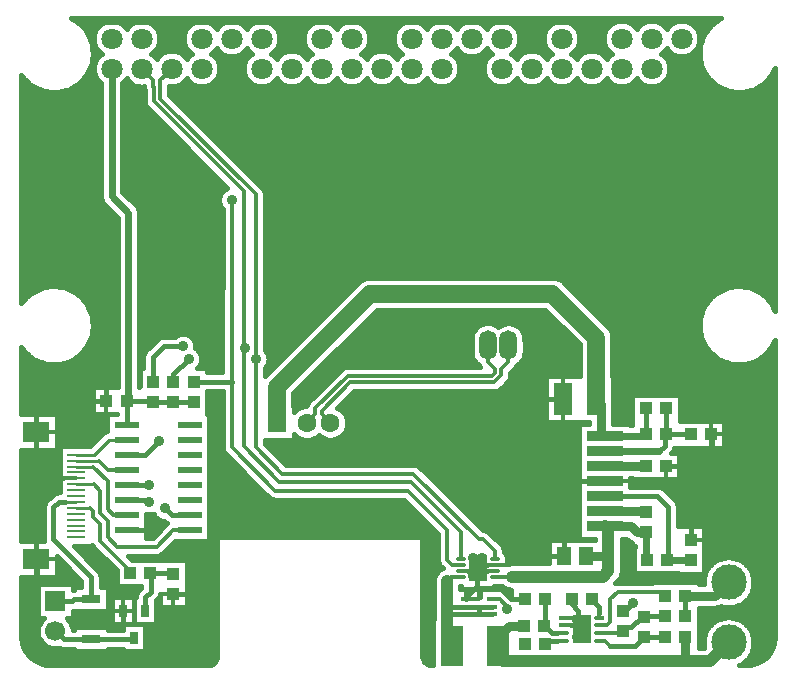
<source format=gtl>
G04 DipTrace 3.0.0.2*
G04 InterfaceBoard.GTL*
%MOMM*%
G04 #@! TF.FileFunction,Copper,L1,Top*
G04 #@! TF.Part,Single*
%AMOUTLINE0*
4,1,6,
-0.25,0.175,
0.4,0.175,
0.4,-0.175,
-0.25,-0.175,
-0.4,-0.057,
-0.4,0.057,
-0.25,0.175,
0*%
%AMOUTLINE1*
4,1,6,
0.25,-0.175,
-0.4,-0.175,
-0.4,0.175,
0.25,0.175,
0.4,0.057,
0.4,-0.057,
0.25,-0.175,
0*%
G04 #@! TA.AperFunction,Conductor*
%ADD10C,0.25*%
%ADD13C,0.3*%
G04 #@! TA.AperFunction,CopperBalancing*
%ADD14C,0.4*%
G04 #@! TA.AperFunction,Conductor*
%ADD15C,0.35*%
%ADD16C,0.6*%
%ADD17C,0.8*%
%ADD19C,1.5*%
%ADD20C,1.0*%
G04 #@! TA.AperFunction,CopperBalancing*
%ADD21C,0.33*%
G04 #@! TA.AperFunction,ComponentPad*
%ADD22C,3.0*%
%ADD23R,1.0X1.1*%
%ADD24R,1.1X1.0*%
%ADD25R,1.6X2.7*%
%ADD26R,1.3X1.5*%
%ADD28R,1.6X0.8*%
%ADD29R,1.9X3.4*%
G04 #@! TA.AperFunction,ComponentPad*
%ADD30R,1.6X1.6*%
%ADD31C,1.6*%
%ADD32O,1.5X2.0*%
%ADD33R,1.7X1.7*%
%ADD34C,1.7*%
%ADD36R,0.9X0.4*%
%ADD38R,0.65X1.05*%
G04 #@! TA.AperFunction,ComponentPad*
%ADD40C,1.8*%
%ADD41O,1.5X2.5*%
%ADD43O,0.85X0.3*%
%ADD44R,1.6X2.3*%
%ADD45R,1.65X2.4*%
%ADD46R,3.06X0.89*%
%ADD47R,8.54X5.35*%
%ADD48R,1.5X0.25*%
%ADD49R,2.2X1.8*%
%ADD50R,2.0X0.6*%
G04 #@! TA.AperFunction,ViaPad*
%ADD51C,0.9*%
%ADD57OUTLINE0*%
%ADD58OUTLINE1*%
%FSLAX35Y35*%
G04*
G71*
G90*
G75*
G01*
G04 Top*
%LPD*%
X3779263Y911983D2*
D13*
X3705987D1*
X3665470Y952500D1*
Y1206497D1*
X3332093Y1539873D1*
X2204970D1*
X1839843Y1905000D1*
Y2460627D1*
Y4000500D1*
X1522343Y2460623D2*
D14*
X1839843Y2460627D1*
X780943Y2302117D2*
X284123D1*
X187273Y2205267D1*
Y2033120D1*
Y1762127D1*
Y1643120D1*
Y1301750D1*
Y958120D1*
X522273Y1643120D2*
D10*
X411997D1*
D14*
X187273D1*
X4656863Y399903D2*
D15*
X4716863D1*
D14*
X4768343D1*
X4771863D1*
X4804363Y367403D1*
X4656863Y464900D2*
D15*
X4756320D1*
D14*
X4800257Y420963D1*
X4804363Y416857D1*
Y367403D1*
X4718357Y619190D2*
Y582237D1*
X4776717Y523877D1*
Y395050D1*
X4804363Y367403D1*
X4069263Y861983D2*
D13*
X4006763D1*
D14*
X3958343D1*
X3949263D1*
X3924263Y886983D1*
X4069263Y911983D2*
D13*
X4006763D1*
D14*
X3949263D1*
X3924263Y886983D1*
X3779263Y861983D2*
D13*
X3841763D1*
D14*
X3888343D1*
X3899263D1*
X3924263Y886983D1*
X3826893Y622177D2*
Y637673D1*
X3919470Y730250D1*
Y882190D1*
X3924263Y886983D1*
X4321440Y619190D2*
X4205153D1*
X4109970Y714373D1*
X3935347D1*
X3919470Y730250D1*
X5158260Y519287D2*
X5169007D1*
X5237093Y587373D1*
X4475093Y984250D2*
X4650623D1*
X4650727Y984353D1*
X6047354Y1270027D2*
X5770810D1*
X5729820D1*
Y1122600D1*
X5514950Y1745650D2*
X5744490D1*
X5770810D1*
X5903843D1*
Y2007697D1*
X5895990Y2015550D1*
X4999493Y1619380D2*
X4633843D1*
X4506843D1*
X4379843D1*
X4268993D1*
X4650727Y984353D2*
Y1141993D1*
X4554470Y1238250D1*
X4252843D1*
Y1333500D1*
Y1460500D1*
Y1603230D1*
X4268993Y1619380D1*
X5770810Y1745650D2*
Y1460347D1*
Y1270027D1*
X4268993Y1619380D2*
Y1714500D1*
Y1841500D1*
Y1968500D1*
Y2111597D1*
Y2301600D1*
X4284600Y2317207D1*
X4646383D1*
X2926077Y2111597D2*
X4268993D1*
X4804363Y367403D2*
D3*
X3924263Y886983D2*
D3*
X950943Y1206720D2*
X1141563D1*
X1204843Y1270000D1*
X4252843Y1587500D2*
X4284593D1*
Y1619380D1*
X4268993D1*
X780943Y2302117D2*
Y3678273D1*
X522217Y3937000D1*
Y4921250D1*
X649217Y5048250D1*
Y5064123D1*
X665093Y5080000D1*
Y5508623D1*
X4887843D1*
Y5366373D1*
X4887930Y5366287D1*
X1839930Y5112287D2*
Y4921250D1*
X3871930D1*
X5665717D1*
X5681593Y4937127D1*
Y5080623D1*
X5649930Y5112287D1*
X3871930D2*
Y4921250D1*
X1936077Y1376597D2*
X1930563D1*
X1617593Y1063627D1*
Y968373D1*
Y714373D1*
X1708343Y623623D1*
Y412707D1*
Y170127D1*
X1601717Y63500D1*
X284090D1*
X77717Y269873D1*
Y698500D1*
X188843Y809627D1*
Y956550D1*
X187273Y958120D1*
X157093Y1301750D2*
X187273D1*
X172970Y1762127D2*
X187273D1*
X1617593Y968373D2*
D3*
X4252843Y1841500D2*
X4268993D1*
X4252843Y1714500D2*
X4268993D1*
X4379843Y1587500D2*
Y1619380D1*
X4506843Y1587500D2*
Y1619380D1*
X4633843Y1587500D2*
Y1619380D1*
X4252843Y1460500D2*
D3*
Y1333500D2*
D3*
Y1968500D2*
X4268993D1*
X4768343Y440000D2*
D15*
Y399903D1*
X4838343Y440000D2*
D14*
X4819307Y420963D1*
X4800257D1*
X3888343Y820000D2*
Y861983D1*
X3958343Y820000D2*
Y861983D1*
X1347577Y666680D2*
X1569900D1*
X1617593Y714373D1*
X919477Y523820D2*
Y412707D1*
X1708343D1*
X5744490Y1730193D2*
Y1745650D1*
Y1460347D2*
X5770810D1*
X522273Y1443120D2*
D10*
X427273D1*
D14*
X377727D1*
X331753Y1397147D1*
Y1127243D1*
X649280Y809717D1*
Y619187D1*
X347617Y603310D2*
X490517D1*
X506393Y619187D1*
X649280D1*
X4999493Y2000380D2*
D16*
X5329780D1*
X5344950Y2015550D1*
D14*
Y2233180D1*
X5349593Y2237823D1*
X4999493Y2000380D2*
D17*
X4967217D1*
Y2276373D1*
X4926383Y2317207D1*
X2226077Y2111597D2*
D19*
Y2418233D1*
X3014593Y3206750D1*
X4554467D1*
X4926383Y2834833D1*
Y2317207D1*
X522273Y1393120D2*
D10*
X637437D1*
D13*
X665163Y1365393D1*
Y1317763D1*
X728670Y1254257D1*
Y1110980D1*
X982490Y857160D1*
Y841287D1*
X4069263Y961983D2*
Y1024953D1*
X3967093Y1127123D1*
X3935343D1*
X3379717Y1682750D1*
X2268467D1*
X2046217Y1905000D1*
Y2653307D1*
Y4046533D1*
X1235913Y4856837D1*
Y4976693D1*
X1232430Y4980177D1*
Y5012787D1*
X1331930Y5112287D1*
X1347717Y2460623D2*
D14*
Y2524123D1*
X1476900Y2653307D1*
X950943Y2302117D2*
Y2095720D1*
Y2302117D2*
X1161600D1*
X1173093Y2290623D1*
X1347717D1*
X1522343D1*
X823930Y5112287D2*
D16*
Y4032160D1*
X966717Y3889373D1*
Y2317890D1*
X950943Y2302117D1*
X5677547Y476300D2*
D14*
Y646300D1*
X5682190Y650943D1*
D17*
X5936271D1*
X6047354Y762027D1*
X950943Y1841720D2*
D14*
X1110063D1*
X1228343Y1960000D1*
X522273Y1843120D2*
D10*
X671463D1*
X798343Y1970000D1*
X949663D1*
X950943Y1968720D1*
X522273Y1793120D2*
X713737D1*
D13*
X792177Y1714680D1*
X950903D1*
X950943Y1714720D1*
X522273Y1593120D2*
D10*
X675587D1*
D13*
X728670Y1540037D1*
Y1349517D1*
X792177Y1286010D1*
Y1143120D1*
X871560Y1063737D1*
X1204970D1*
X1347860Y1206627D1*
X1490850D1*
X1490943Y1206720D1*
X950943Y1587720D2*
D14*
X1141123D1*
X522273Y1743120D2*
D10*
X668477D1*
D13*
X792177Y1619420D1*
Y1381270D1*
X839807Y1333640D1*
X950863D1*
X950943Y1333720D1*
Y1460720D2*
D14*
X1125250D1*
X1141343Y1444627D1*
X1490943Y1333720D2*
X1331623D1*
X1276280Y1389063D1*
X1347577Y836680D2*
X1331703D1*
Y841287D1*
X1152490D1*
X1109477Y523820D2*
Y634933D1*
X1157097Y682553D1*
Y836680D1*
X1152490Y841287D1*
X649280Y279187D2*
X417740D1*
X347617Y349310D1*
X649280Y279187D2*
X999843D1*
X1014477Y293820D1*
X3779263Y961983D2*
D13*
Y1187957D1*
X3356023Y1611197D1*
X2244770D1*
X1942913Y1913053D1*
Y2746373D1*
Y4072053D1*
X1180913Y4834053D1*
Y4953913D1*
X1177430Y4957397D1*
Y5012787D1*
X1077930Y5112287D1*
X1173093Y2460623D2*
D14*
Y2667000D1*
X1268343Y2762250D1*
X1427093D1*
X1950970Y2746373D2*
X1942913D1*
X5344950Y1745650D2*
D17*
X5000223D1*
X4999493Y1746380D1*
X5514950Y2015550D2*
D14*
X5725990D1*
X5519593Y2237823D2*
Y2020193D1*
X5514950Y2015550D1*
X4999493Y1873380D2*
D16*
X5459477D1*
D14*
X5506970Y1920873D1*
Y2007570D1*
X5514950Y2015550D1*
X4069263Y811983D2*
D13*
X4212757D1*
D20*
X4985450D1*
X5030717Y857250D1*
Y984353D1*
Y1207157D1*
X4999493Y1238380D1*
D17*
X5221090D1*
X5268843Y1190627D1*
X5344287D1*
X5344950Y1189963D1*
D16*
Y967690D1*
X5360827Y951813D1*
X4840727Y984353D2*
D17*
X5030717D1*
X4999493Y1365380D2*
X5339533D1*
X5344950Y1359963D1*
X5530827Y951813D2*
D16*
X5729033D1*
X5729820Y952600D1*
X4999493Y1492380D2*
D14*
X5443337D1*
X5538717Y1397000D1*
Y959703D1*
X5530827Y951813D1*
X4656863Y334903D2*
D15*
X4596863D1*
D14*
X4548810D1*
X4486797Y396917D1*
X4491440Y619190D2*
Y401560D1*
X4486797Y396917D1*
X4951863Y464900D2*
D15*
Y502400D1*
D14*
Y555683D1*
X4888357Y619190D1*
X4951863Y399903D2*
D13*
X5017873D1*
X5046593Y428623D1*
Y619123D1*
X5110097Y682627D1*
X5543873D1*
X5512190Y650943D1*
X4656863Y269903D2*
D15*
X4596863D1*
D14*
X4523193D1*
X4491440Y238150D1*
X4951863Y334903D2*
D13*
X5143877D1*
X5158260Y349287D1*
X5332903Y471657D2*
D14*
X5311873D1*
X5221217Y381000D1*
X5189973D1*
X5158260Y349287D1*
X5507547Y476300D2*
X5337547D1*
X5332903Y471657D1*
X4951863Y269903D2*
D15*
X4998940D1*
D13*
X5046593Y222250D1*
D14*
X5253497D1*
X5332903Y301657D1*
X5507547D2*
X5332903D1*
X4094523Y222273D2*
D20*
Y142443D1*
X4141717Y95250D1*
X5677547D1*
X5888578D1*
X6047354Y254027D1*
X5677547Y301657D2*
D17*
Y95250D1*
X4316797Y396917D2*
X4189387D1*
X4109970Y317500D1*
Y237720D1*
X4094523Y222273D1*
X4321440Y238150D2*
D13*
D3*
X4173470Y539750D2*
Y555623D1*
X4109967Y619127D1*
X4049943D1*
X4046893Y622177D1*
Y492177D2*
D14*
X3933707D1*
X3826893D1*
X4046893Y557177D2*
X3933707D1*
X3826893D1*
X3933707D2*
Y492177D1*
X3779263Y811983D2*
D13*
X3699577D1*
D14*
X3665467Y777873D1*
D20*
Y557177D1*
Y492177D1*
Y261330D1*
D14*
X3704523Y222273D1*
X3826893Y492177D2*
X3665467D1*
X3826893Y557177D2*
X3665467D1*
X4008933Y2769287D2*
D13*
Y2629287D1*
X4068933Y2569287D1*
Y2538178D1*
X4042012Y2511257D1*
X2821846D1*
X2548577Y2237988D1*
Y2184097D1*
X2476077Y2111597D1*
X4183933Y2769287D2*
Y2629287D1*
X4123933Y2569287D1*
Y2515396D1*
X4064794Y2456257D1*
X2844628D1*
X2603577Y2215206D1*
Y2184097D1*
X2676077Y2111597D1*
D51*
X1839843Y4000500D3*
X5237093Y587373D3*
X4475093Y984250D3*
X4804363Y367403D3*
X3924263Y886983D3*
X1204843Y1270000D3*
X4252843Y1587500D3*
X1476900Y2653307D3*
X2046217D3*
X1228343Y1960000D3*
X1141123Y1587720D3*
X1141343Y1444627D3*
X1276280Y1389063D3*
X1427093Y2762250D3*
X1950970Y2746373D3*
X4321440Y238150D3*
X4173470Y539750D3*
X299970Y4572000D3*
Y3619500D3*
Y2397127D3*
X157093Y1301750D3*
X172970Y1762127D3*
X2252593Y4222750D3*
X2268470Y4714873D3*
X1236593Y3984627D3*
X1093717Y4508500D3*
X1538217Y2984500D3*
X1696970Y3254373D3*
X411093Y127000D3*
X1617593Y968373D3*
X3871843Y1841500D3*
X3998843D3*
X4125843D3*
X4252843D3*
X4379843D3*
X4506843D3*
X4633843D3*
Y1714500D3*
X4506843D3*
X4379843D3*
X4252843D3*
X4125843D3*
X3998843D3*
X3871843D3*
Y1587500D3*
X3998843D3*
X4125843D3*
X4379843D3*
X4506843D3*
X4633843D3*
Y1460500D3*
X4506843D3*
X4379843D3*
X4252843D3*
X4125843D3*
X3998843D3*
X3871843D3*
X760263Y460327D3*
X3998843Y1333500D3*
X4125843D3*
X4252843D3*
X4379843D3*
X4506843D3*
X4633843D3*
Y1968500D3*
X4506843D3*
X4379843D3*
X4252843D3*
X4125843D3*
X3998843D3*
X3871843D3*
X4768343Y440000D3*
X4838343D3*
Y300000D3*
X4768343D3*
X3888343Y820000D3*
X3958343D3*
Y970000D3*
X3888343D3*
X5157177Y2222267D3*
X5284163Y2476240D3*
X5649250D3*
X5982590Y2238140D3*
X6141323Y2015913D3*
X6014337Y1793687D3*
X5744490Y1730193D3*
Y1460347D3*
X546617Y5500333D2*
D14*
X749086D1*
X898727D2*
X1003148D1*
X1152711D2*
X1511117D1*
X1660758D2*
X1765102D1*
X1914742D2*
X2019086D1*
X2168727D2*
X2527133D1*
X2676773D2*
X2781117D1*
X2930758D2*
X3289086D1*
X3438727D2*
X3543148D1*
X3692711D2*
X3797133D1*
X3946773D2*
X4051117D1*
X4200758D2*
X4559086D1*
X4708727D2*
X5067133D1*
X5216773D2*
X5321117D1*
X5470758D2*
X5575102D1*
X5724742D2*
X5921195D1*
X587555Y5460667D2*
X701273D1*
X1200602D2*
X1463305D1*
X2216539D2*
X2479320D1*
X2978570D2*
X3241273D1*
X4248570D2*
X4511273D1*
X4756539D2*
X5019320D1*
X5772555D2*
X5880336D1*
X617008Y5421000D2*
X678539D1*
X1223336D2*
X1440570D1*
X2239273D2*
X2456586D1*
X3001305D2*
X3218539D1*
X4271305D2*
X4488539D1*
X4779273D2*
X4996586D1*
X5795289D2*
X5850805D1*
X638492Y5381333D2*
X669086D1*
X1232789D2*
X1431117D1*
X2248805D2*
X2447055D1*
X3010758D2*
X3209086D1*
X4280758D2*
X4479086D1*
X4788805D2*
X4987055D1*
X5804742D2*
X5829329D1*
X1231539Y5341667D2*
X1432367D1*
X2247555D2*
X2448305D1*
X3009508D2*
X3210336D1*
X4279508D2*
X4480336D1*
X4787555D2*
X4988305D1*
X1219195Y5302000D2*
X1444633D1*
X2235211D2*
X2460648D1*
X2997242D2*
X3222602D1*
X4267242D2*
X4492602D1*
X4775211D2*
X5000648D1*
X667789Y5262333D2*
X709555D1*
X1192242D2*
X1306273D1*
X1357555D2*
X1471586D1*
X1700289D2*
X1725570D1*
X1954273D2*
X1979555D1*
X2208258D2*
X2322289D1*
X2373570D2*
X2487602D1*
X2970289D2*
X3084320D1*
X3135602D2*
X3249555D1*
X3732242D2*
X3757602D1*
X3986305D2*
X4011656D1*
X4240289D2*
X4354320D1*
X4405602D2*
X4519555D1*
X4748258D2*
X4862289D1*
X4913570D2*
X5027602D1*
X5510289D2*
X5535539D1*
X5764273D2*
X5800102D1*
X667555Y5222667D2*
X716039D1*
X1185836D2*
X1224008D1*
X1439820D2*
X1477992D1*
X1693883D2*
X1787367D1*
X1892477D2*
X1986039D1*
X2201852D2*
X2240023D1*
X2455836D2*
X2494008D1*
X2963883D2*
X3001977D1*
X3217867D2*
X3256039D1*
X3725836D2*
X3819398D1*
X3924430D2*
X4017992D1*
X4233883D2*
X4271977D1*
X4487867D2*
X4526039D1*
X4741852D2*
X4780023D1*
X4995836D2*
X5034008D1*
X5503883D2*
X5597367D1*
X5702477D2*
X5800336D1*
X662555Y5183000D2*
X685805D1*
X1724039D2*
X1955805D1*
X3755992D2*
X3987836D1*
X5534039D2*
X5805336D1*
X1738336Y5143333D2*
X1941508D1*
X3770289D2*
X3973539D1*
X5548336D2*
X5815414D1*
X636852Y5103667D2*
X668539D1*
X1741305D2*
X1938539D1*
X3773258D2*
X3970570D1*
X5551305D2*
X5831039D1*
X614742Y5064000D2*
X676195D1*
X1733648D2*
X1946195D1*
X3765602D2*
X3978227D1*
X5543648D2*
X5853148D1*
X6414742D2*
X6436039D1*
X584352Y5024333D2*
X696430D1*
X1713414D2*
X1966430D1*
X3745445D2*
X3998461D1*
X5523414D2*
X5883461D1*
X6384352D2*
X6436039D1*
X64039Y4984667D2*
X125648D1*
X542164D2*
X728383D1*
X919508D2*
X992133D1*
X1417789D2*
X1500102D1*
X1671773D2*
X2008070D1*
X2179742D2*
X2262133D1*
X2433727D2*
X2516117D1*
X2687789D2*
X2770102D1*
X2941773D2*
X3024086D1*
X3195758D2*
X3278070D1*
X3449742D2*
X3532133D1*
X3703727D2*
X4040102D1*
X4211773D2*
X4294086D1*
X4465758D2*
X4548070D1*
X4719742D2*
X4802133D1*
X4973727D2*
X5056117D1*
X5227789D2*
X5310102D1*
X5481773D2*
X5925648D1*
X6342164D2*
X6436039D1*
X64039Y4945000D2*
X190102D1*
X477711D2*
X728383D1*
X919508D2*
X1097836D1*
X1316461D2*
X5990102D1*
X6277711D2*
X6436039D1*
X64039Y4905333D2*
X728383D1*
X919508D2*
X1100336D1*
X1316461D2*
X6436039D1*
X64039Y4865667D2*
X728383D1*
X919508D2*
X1100336D1*
X1339352D2*
X6436039D1*
X64039Y4826000D2*
X728383D1*
X919508D2*
X1100805D1*
X1379039D2*
X6436039D1*
X64039Y4786333D2*
X728383D1*
X919508D2*
X1117055D1*
X1418727D2*
X6436039D1*
X64039Y4746667D2*
X728383D1*
X919508D2*
X1156039D1*
X1458336D2*
X6436039D1*
X64039Y4707000D2*
X728383D1*
X919508D2*
X1195648D1*
X1498023D2*
X6436039D1*
X64039Y4667333D2*
X728383D1*
X919508D2*
X1235336D1*
X1537711D2*
X6436039D1*
X64039Y4627667D2*
X728383D1*
X919508D2*
X1275023D1*
X1577398D2*
X6436039D1*
X64039Y4588000D2*
X728383D1*
X919508D2*
X1314711D1*
X1617008D2*
X6436039D1*
X64039Y4548333D2*
X728383D1*
X919508D2*
X1354320D1*
X1656695D2*
X6436039D1*
X64039Y4508667D2*
X728383D1*
X919508D2*
X1394008D1*
X1696383D2*
X6436039D1*
X64039Y4469000D2*
X728383D1*
X919508D2*
X1433695D1*
X1736070D2*
X6436039D1*
X64039Y4429333D2*
X728383D1*
X919508D2*
X1473383D1*
X1775680D2*
X6436039D1*
X64039Y4389667D2*
X728383D1*
X919508D2*
X1512992D1*
X1815367D2*
X6436039D1*
X64039Y4350000D2*
X728383D1*
X919508D2*
X1552680D1*
X1855055D2*
X6436039D1*
X64039Y4310333D2*
X728383D1*
X919508D2*
X1592367D1*
X1894664D2*
X6436039D1*
X64039Y4270667D2*
X728383D1*
X919508D2*
X1632055D1*
X1934352D2*
X6436039D1*
X64039Y4231000D2*
X728383D1*
X919508D2*
X1671664D1*
X1974039D2*
X6436039D1*
X64039Y4191333D2*
X728383D1*
X919508D2*
X1711352D1*
X2013727D2*
X6436039D1*
X64039Y4151667D2*
X728383D1*
X919508D2*
X1751039D1*
X2053336D2*
X6436039D1*
X64039Y4112000D2*
X728383D1*
X919508D2*
X1790648D1*
X2093023D2*
X6436039D1*
X64039Y4072333D2*
X728383D1*
X919508D2*
X1757055D1*
X2122320D2*
X6436039D1*
X64039Y4032667D2*
X728383D1*
X956930D2*
X1734242D1*
X2126773D2*
X6436039D1*
X64039Y3993000D2*
X737133D1*
X996617D2*
X1729477D1*
X2126773D2*
X6436039D1*
X64039Y3953333D2*
X769242D1*
X1036227D2*
X1740258D1*
X2126773D2*
X6436039D1*
X64039Y3913667D2*
X808930D1*
X1059039D2*
X1759242D1*
X2126773D2*
X6436039D1*
X64039Y3874000D2*
X848617D1*
X1062320D2*
X1759242D1*
X2126773D2*
X6436039D1*
X64039Y3834333D2*
X871117D1*
X1062320D2*
X1759242D1*
X2126773D2*
X6436039D1*
X64039Y3794667D2*
X871117D1*
X1062320D2*
X1759242D1*
X2126773D2*
X6436039D1*
X64039Y3755000D2*
X871117D1*
X1062320D2*
X1759242D1*
X2126773D2*
X6436039D1*
X64039Y3715333D2*
X871117D1*
X1062320D2*
X1759242D1*
X2126773D2*
X6436039D1*
X64039Y3675667D2*
X871117D1*
X1062320D2*
X1759242D1*
X2126773D2*
X6436039D1*
X64039Y3636000D2*
X871117D1*
X1062320D2*
X1759242D1*
X2126773D2*
X6436039D1*
X64039Y3596333D2*
X871117D1*
X1062320D2*
X1759242D1*
X2126773D2*
X6436039D1*
X64039Y3556667D2*
X871117D1*
X1062320D2*
X1759242D1*
X2126773D2*
X6436039D1*
X64039Y3517000D2*
X871117D1*
X1062320D2*
X1759242D1*
X2126773D2*
X6436039D1*
X64039Y3477333D2*
X871117D1*
X1062320D2*
X1759242D1*
X2126773D2*
X6436039D1*
X64039Y3437667D2*
X871117D1*
X1062320D2*
X1759242D1*
X2126773D2*
X6436039D1*
X64039Y3398000D2*
X871117D1*
X1062320D2*
X1759242D1*
X2126773D2*
X6436039D1*
X64039Y3358333D2*
X871117D1*
X1062320D2*
X1759242D1*
X2126773D2*
X6436039D1*
X64039Y3318667D2*
X871117D1*
X1062320D2*
X1759242D1*
X2126773D2*
X2932367D1*
X4636695D2*
X6436039D1*
X64039Y3279000D2*
X871117D1*
X1062320D2*
X1759242D1*
X2126773D2*
X2889711D1*
X4679352D2*
X6436039D1*
X64039Y3239333D2*
X191742D1*
X476070D2*
X871117D1*
X1062320D2*
X1759242D1*
X2126773D2*
X2850023D1*
X4719039D2*
X5991742D1*
X6276070D2*
X6436039D1*
X64039Y3199667D2*
X126664D1*
X541227D2*
X871117D1*
X1062320D2*
X1759242D1*
X2126773D2*
X2810414D1*
X4758648D2*
X5926664D1*
X6341227D2*
X6436039D1*
X64039Y3160000D2*
X84215D1*
X583727D2*
X871117D1*
X1062320D2*
X1759242D1*
X2126773D2*
X2770727D1*
X4798336D2*
X5884164D1*
X6383727D2*
X6436039D1*
X614195Y3120333D2*
X871117D1*
X1062320D2*
X1759242D1*
X2126773D2*
X2731039D1*
X4838023D2*
X5853617D1*
X6414195D2*
X6436039D1*
X636461Y3080667D2*
X871117D1*
X1062320D2*
X1759242D1*
X2126773D2*
X2691352D1*
X4877711D2*
X5831352D1*
X652242Y3041000D2*
X871117D1*
X1062320D2*
X1759242D1*
X2126773D2*
X2651742D1*
X3045992D2*
X4523070D1*
X4917320D2*
X5815648D1*
X662398Y3001333D2*
X871117D1*
X1062320D2*
X1759242D1*
X2126773D2*
X2612055D1*
X3006305D2*
X4562758D1*
X4957008D2*
X5805492D1*
X667477Y2961667D2*
X871117D1*
X1062320D2*
X1759242D1*
X2126773D2*
X2572367D1*
X2966617D2*
X4602445D1*
X4996695D2*
X5800336D1*
X667789Y2922000D2*
X871117D1*
X1062320D2*
X1759242D1*
X2126773D2*
X2532680D1*
X2927008D2*
X3914867D1*
X4278023D2*
X4642055D1*
X5035523D2*
X5800023D1*
X663336Y2882333D2*
X871117D1*
X1062320D2*
X1759242D1*
X2126773D2*
X2493070D1*
X2887320D2*
X3883773D1*
X4309117D2*
X4681742D1*
X5058414D2*
X5804555D1*
X653805Y2842667D2*
X871117D1*
X1062320D2*
X1250727D1*
X1501070D2*
X1759242D1*
X2126773D2*
X2453383D1*
X2847633D2*
X3870336D1*
X4322555D2*
X4721430D1*
X5066695D2*
X5814008D1*
X638805Y2803000D2*
X871117D1*
X1062320D2*
X1189711D1*
X1529586D2*
X1759242D1*
X2126773D2*
X2413695D1*
X2807945D2*
X3868305D1*
X4324508D2*
X4761117D1*
X5066930D2*
X5829008D1*
X617477Y2763333D2*
X871117D1*
X1062320D2*
X1150102D1*
X1537711D2*
X1759242D1*
X2126773D2*
X2374008D1*
X2768336D2*
X3868305D1*
X4324508D2*
X4785805D1*
X5066930D2*
X5850336D1*
X588180Y2723667D2*
X871117D1*
X1062320D2*
X1110414D1*
X1560992D2*
X1759242D1*
X2130289D2*
X2334398D1*
X2728648D2*
X3868305D1*
X4324508D2*
X4785805D1*
X5066930D2*
X5879711D1*
X6388180D2*
X6436039D1*
X64039Y2684000D2*
X120258D1*
X547555D2*
X871117D1*
X1062320D2*
X1089320D1*
X1583023D2*
X1759242D1*
X2152320D2*
X2294711D1*
X2688961D2*
X3872992D1*
X4319898D2*
X4785805D1*
X5066930D2*
X5920258D1*
X6347555D2*
X6436039D1*
X64039Y2644333D2*
X181195D1*
X486695D2*
X871117D1*
X1062320D2*
X1087523D1*
X1587086D2*
X1759242D1*
X2156461D2*
X2255023D1*
X2649273D2*
X3890727D1*
X4302164D2*
X4785805D1*
X5066930D2*
X5981195D1*
X6286695D2*
X6436039D1*
X64039Y2604667D2*
X871117D1*
X1062320D2*
X1087523D1*
X1575758D2*
X1759242D1*
X2145055D2*
X2215414D1*
X2609664D2*
X3930648D1*
X4262242D2*
X4785805D1*
X5066930D2*
X6436039D1*
X64039Y2565000D2*
X871117D1*
X1637945D2*
X1759242D1*
X2126773D2*
X2175727D1*
X2569977D2*
X2763305D1*
X4231930D2*
X4785805D1*
X5066930D2*
X6436039D1*
X64039Y2525333D2*
X871117D1*
X2530289D2*
X2723617D1*
X4204508D2*
X4785805D1*
X5066930D2*
X6436039D1*
X64039Y2485667D2*
X871117D1*
X2490680D2*
X2684008D1*
X4198492D2*
X4500805D1*
X5072008D2*
X6436039D1*
X64039Y2446000D2*
X871117D1*
X2450992D2*
X2644320D1*
X4166852D2*
X4500805D1*
X5072008D2*
X6436039D1*
X64039Y2406333D2*
X660336D1*
X2411305D2*
X2604633D1*
X4127164D2*
X4500805D1*
X5072008D2*
X6436039D1*
X64039Y2366667D2*
X660336D1*
X1637945D2*
X1759242D1*
X2371617D2*
X2564945D1*
X2867320D2*
X4500805D1*
X5072008D2*
X6436039D1*
X64039Y2327000D2*
X660336D1*
X1637945D2*
X1759242D1*
X2366617D2*
X2525336D1*
X2827633D2*
X4500805D1*
X5072008D2*
X5229008D1*
X5640211D2*
X6436039D1*
X64039Y2287333D2*
X660336D1*
X1637945D2*
X1759242D1*
X2366617D2*
X2486039D1*
X2788023D2*
X4500805D1*
X5072164D2*
X5229008D1*
X5640211D2*
X6436039D1*
X64039Y2247667D2*
X660336D1*
X1637945D2*
X1759242D1*
X2371695D2*
X2432914D1*
X2748336D2*
X4500805D1*
X5072789D2*
X5229008D1*
X5640211D2*
X6436039D1*
X64039Y2208000D2*
X660336D1*
X1637945D2*
X1759242D1*
X2783805D2*
X4500805D1*
X5072789D2*
X5229008D1*
X5640211D2*
X6436039D1*
X362867Y2168333D2*
X785336D1*
X1656539D2*
X1759242D1*
X2809820D2*
X4500805D1*
X5072789D2*
X5229008D1*
X5640211D2*
X6436039D1*
X362867Y2128667D2*
X785336D1*
X1656539D2*
X1759242D1*
X2820680D2*
X4500805D1*
X5072789D2*
X5229008D1*
X5640211D2*
X6436039D1*
X362867Y2089000D2*
X785336D1*
X1656539D2*
X1759242D1*
X2819898D2*
X4780883D1*
X6016617D2*
X6436039D1*
X362867Y2049333D2*
X785336D1*
X1656539D2*
X1759242D1*
X2807242D2*
X4780883D1*
X6016617D2*
X6436039D1*
X362867Y2009667D2*
X729242D1*
X1656539D2*
X1759242D1*
X2778336D2*
X4780883D1*
X6016617D2*
X6436039D1*
X362867Y1970000D2*
X689633D1*
X1656539D2*
X1759242D1*
X2371695D2*
X4780883D1*
X6016617D2*
X6436039D1*
X362867Y1930333D2*
X649945D1*
X1656539D2*
X1759242D1*
X2133180D2*
X4780883D1*
X6016617D2*
X6436039D1*
X1656539Y1890667D2*
X1760648D1*
X2172867D2*
X4780883D1*
X5586773D2*
X6436039D1*
X64039Y1851000D2*
X381664D1*
X1656539D2*
X1781586D1*
X2212477D2*
X4780883D1*
X5635523D2*
X6436039D1*
X64039Y1811333D2*
X381664D1*
X1656539D2*
X1821195D1*
X2252164D2*
X4780883D1*
X5635523D2*
X6436039D1*
X64039Y1771667D2*
X381664D1*
X1656539D2*
X1860883D1*
X2291852D2*
X4780883D1*
X5635523D2*
X6436039D1*
X64039Y1732000D2*
X381664D1*
X1656539D2*
X1900570D1*
X3442711D2*
X4780883D1*
X5635523D2*
X6436039D1*
X64039Y1692333D2*
X381664D1*
X1656539D2*
X1940258D1*
X3482398D2*
X4780883D1*
X5635523D2*
X6436039D1*
X64039Y1652667D2*
X381664D1*
X1656539D2*
X1979867D1*
X3522086D2*
X4780883D1*
X5635523D2*
X6436039D1*
X64039Y1613000D2*
X381664D1*
X1656539D2*
X2019555D1*
X3561773D2*
X4780883D1*
X5218102D2*
X6436039D1*
X64039Y1573333D2*
X381664D1*
X1656539D2*
X2059242D1*
X3601383D2*
X4780883D1*
X5457320D2*
X6436039D1*
X64039Y1533667D2*
X381664D1*
X1656539D2*
X2098930D1*
X3641070D2*
X4780883D1*
X5521383D2*
X6436039D1*
X64039Y1494000D2*
X309242D1*
X1656539D2*
X2138539D1*
X3680758D2*
X4780883D1*
X5561070D2*
X6436039D1*
X64039Y1454333D2*
X269555D1*
X1656539D2*
X3305336D1*
X3720445D2*
X4780883D1*
X5600758D2*
X6436039D1*
X64039Y1414667D2*
X248070D1*
X1656539D2*
X3345023D1*
X3760055D2*
X4780883D1*
X5622320D2*
X6436039D1*
X64039Y1375000D2*
X246195D1*
X1656539D2*
X3384711D1*
X3799742D2*
X4780883D1*
X5624273D2*
X6436039D1*
X64039Y1335333D2*
X246195D1*
X1116539D2*
X1180180D1*
X1656539D2*
X3424320D1*
X3839430D2*
X4780883D1*
X5624273D2*
X6436039D1*
X64039Y1295667D2*
X246195D1*
X1116539D2*
X1220883D1*
X1656539D2*
X3464008D1*
X3879117D2*
X4780883D1*
X5624273D2*
X6436039D1*
X64039Y1256000D2*
X246195D1*
X1116539D2*
X1284945D1*
X1656539D2*
X3503695D1*
X3918727D2*
X4780883D1*
X5624273D2*
X6436039D1*
X64039Y1216333D2*
X246195D1*
X1116539D2*
X1245258D1*
X1656539D2*
X3543383D1*
X3958414D2*
X4780883D1*
X5845445D2*
X6436039D1*
X64039Y1176667D2*
X246195D1*
X1116539D2*
X1205648D1*
X1656539D2*
X3582992D1*
X4029820D2*
X4780883D1*
X5845445D2*
X6436039D1*
X64039Y1137000D2*
X246195D1*
X1656539D2*
X1714320D1*
X3452320D2*
X3584867D1*
X4069508D2*
X4780883D1*
X5845445D2*
X6436039D1*
X1350836Y1097333D2*
X1714320D1*
X3452320D2*
X3584867D1*
X4109195D2*
X4520102D1*
X5146305D2*
X5224711D1*
X5845445D2*
X6436039D1*
X520680Y1057667D2*
X669711D1*
X1311148D2*
X1714320D1*
X3452320D2*
X3584867D1*
X4142477D2*
X4520102D1*
X5146305D2*
X5240258D1*
X5845445D2*
X6436039D1*
X560367Y1018000D2*
X709398D1*
X1271539D2*
X1714320D1*
X3452320D2*
X3584867D1*
X4153023D2*
X4520102D1*
X5146305D2*
X5240258D1*
X5845445D2*
X6436039D1*
X600055Y978333D2*
X749008D1*
X973570D2*
X1714320D1*
X3452320D2*
X3584867D1*
X4175602D2*
X4520102D1*
X5146305D2*
X5240258D1*
X5845445D2*
X6436039D1*
X362867Y938667D2*
X400961D1*
X639664D2*
X788695D1*
X1463180D2*
X1714320D1*
X3452320D2*
X3586195D1*
X4173727D2*
X4520102D1*
X5146305D2*
X5240258D1*
X5845445D2*
X5926820D1*
X6167867D2*
X6436039D1*
X362867Y899000D2*
X440648D1*
X679352D2*
X828383D1*
X1463180D2*
X1714320D1*
X3452320D2*
X3606664D1*
X5146305D2*
X5240258D1*
X5845445D2*
X5882055D1*
X6212633D2*
X6436039D1*
X362867Y859333D2*
X480336D1*
X718023D2*
X861898D1*
X1463180D2*
X1714320D1*
X3452320D2*
X3585258D1*
X5146305D2*
X5240258D1*
X6239273D2*
X6436039D1*
X362867Y819667D2*
X519945D1*
X734273D2*
X861898D1*
X1463180D2*
X1714320D1*
X3452320D2*
X3557992D1*
X5139742D2*
X5839789D1*
X6254977D2*
X6436039D1*
X64039Y780000D2*
X559633D1*
X734820D2*
X861898D1*
X1463180D2*
X1714320D1*
X3452320D2*
X3549945D1*
X5115211D2*
X5832523D1*
X6262164D2*
X6436039D1*
X64039Y740333D2*
X197055D1*
X498180D2*
X563695D1*
X734820D2*
X861898D1*
X1463180D2*
X1714320D1*
X3452320D2*
X3549867D1*
X6261852D2*
X6436039D1*
X64039Y700667D2*
X197055D1*
X794898D2*
X1055883D1*
X1463180D2*
X1714320D1*
X3452320D2*
X3549867D1*
X4157477D2*
X4200805D1*
X6253883D2*
X6436039D1*
X64039Y661000D2*
X197055D1*
X794898D2*
X1028148D1*
X1463180D2*
X1714320D1*
X3452320D2*
X3549867D1*
X4180367D2*
X4200805D1*
X6237242D2*
X6436039D1*
X64039Y621333D2*
X197055D1*
X794898D2*
X821352D1*
X1463180D2*
X1714320D1*
X3452320D2*
X3549867D1*
X6209430D2*
X6436039D1*
X64039Y581667D2*
X197055D1*
X794898D2*
X821352D1*
X1207555D2*
X1231943D1*
X1463180D2*
X1714320D1*
X3452320D2*
X3549867D1*
X6162008D2*
X6436039D1*
X64039Y542000D2*
X197055D1*
X794898D2*
X821352D1*
X1207555D2*
X1714320D1*
X3452320D2*
X3549867D1*
X5802789D2*
X6436039D1*
X64039Y502333D2*
X197055D1*
X498180D2*
X821352D1*
X1207555D2*
X1714320D1*
X3452320D2*
X3549867D1*
X5798180D2*
X6436039D1*
X64039Y462667D2*
X197055D1*
X498180D2*
X821352D1*
X1207555D2*
X1714320D1*
X3452320D2*
X3549867D1*
X5798180D2*
X6008070D1*
X6086617D2*
X6436039D1*
X64039Y423000D2*
X216898D1*
X478336D2*
X821352D1*
X1207555D2*
X1714320D1*
X3452320D2*
X3543930D1*
X5798180D2*
X5915961D1*
X6178727D2*
X6436039D1*
X64039Y383333D2*
X201039D1*
X494195D2*
X916352D1*
X1112555D2*
X1714320D1*
X3452320D2*
X3543930D1*
X5798180D2*
X5875883D1*
X6218883D2*
X6436039D1*
X64039Y343667D2*
X197133D1*
X1112555D2*
X1714320D1*
X3452320D2*
X3543930D1*
X5798180D2*
X5851664D1*
X6243023D2*
X6436039D1*
X64000Y304000D2*
X204164D1*
X1112555D2*
X1714320D1*
X3452320D2*
X3543930D1*
X5798180D2*
X5837758D1*
X6256930D2*
X6436039D1*
X69195Y264333D2*
X224164D1*
X1112555D2*
X1714320D1*
X3452320D2*
X3543930D1*
X5798180D2*
X5831977D1*
X6262711D2*
X6430805D1*
X78180Y224667D2*
X266430D1*
X1112555D2*
X1714320D1*
X3452320D2*
X3543930D1*
X5798180D2*
X5833773D1*
X6260914D2*
X6421820D1*
X94664Y185000D2*
X503695D1*
X794898D2*
X916352D1*
X1112555D2*
X1714320D1*
X3452320D2*
X3543930D1*
X6251383D2*
X6405336D1*
X123414Y145333D2*
X1714086D1*
X3453492D2*
X3543930D1*
X6232867D2*
X6376586D1*
X167242Y105667D2*
X1707211D1*
X3465289D2*
X3543930D1*
X6202242D2*
X6332758D1*
X262320Y66000D2*
X1664945D1*
X3511773D2*
X3543930D1*
X6148414D2*
X6237680D1*
X6258302Y237425D2*
X6256349Y220925D1*
X6253108Y204630D1*
X6248598Y188639D1*
X6242847Y173051D1*
X6235891Y157962D1*
X6227773Y143466D1*
X6218542Y129651D1*
X6208256Y116603D1*
X6196978Y104403D1*
X6184777Y93125D1*
X6171730Y82839D1*
X6157915Y73608D1*
X6143419Y65490D1*
X6132400Y60000D1*
X6196309D1*
X6262130Y68697D1*
X6319843Y92643D1*
X6369427Y130726D1*
X6407466Y180344D1*
X6431366Y238116D1*
X6440041Y304220D1*
X6440001Y2815041D1*
X6426266Y2785470D1*
X6416423Y2768063D1*
X6405545Y2751284D1*
X6393672Y2735193D1*
X6380847Y2719851D1*
X6367117Y2705312D1*
X6352532Y2691631D1*
X6337147Y2678858D1*
X6321016Y2667039D1*
X6304200Y2656218D1*
X6286760Y2646434D1*
X6268761Y2637723D1*
X6250266Y2630117D1*
X6231346Y2623644D1*
X6212069Y2618328D1*
X6192505Y2614188D1*
X6172727Y2611240D1*
X6152806Y2609493D1*
X6132816Y2608955D1*
X6112831Y2609628D1*
X6092922Y2611509D1*
X6073164Y2614590D1*
X6053629Y2618862D1*
X6034388Y2624308D1*
X6015512Y2630908D1*
X5997069Y2638639D1*
X5979128Y2647471D1*
X5961755Y2657372D1*
X5945012Y2668307D1*
X5928962Y2680234D1*
X5913663Y2693111D1*
X5899171Y2706890D1*
X5885539Y2721520D1*
X5872818Y2736949D1*
X5861053Y2753119D1*
X5850289Y2769972D1*
X5840563Y2787444D1*
X5831913Y2805474D1*
X5824370Y2823993D1*
X5817961Y2842935D1*
X5812710Y2862230D1*
X5808636Y2881808D1*
X5805754Y2901596D1*
X5804075Y2921522D1*
X5803604Y2941514D1*
X5804344Y2961497D1*
X5806292Y2981399D1*
X5809440Y3001147D1*
X5813778Y3020667D1*
X5819289Y3039890D1*
X5825953Y3058744D1*
X5833745Y3077160D1*
X5842637Y3095071D1*
X5852597Y3112411D1*
X5863588Y3129117D1*
X5875570Y3145127D1*
X5888498Y3160382D1*
X5902326Y3174828D1*
X5917002Y3188410D1*
X5932474Y3201080D1*
X5948684Y3212790D1*
X5965572Y3223497D1*
X5983077Y3233164D1*
X6001136Y3241753D1*
X6019681Y3249234D1*
X6038644Y3255579D1*
X6057957Y3260765D1*
X6077548Y3264773D1*
X6097346Y3267588D1*
X6117278Y3269200D1*
X6137271Y3269603D1*
X6157251Y3268796D1*
X6177147Y3266781D1*
X6196883Y3263566D1*
X6216390Y3259162D1*
X6235593Y3253587D1*
X6254425Y3246860D1*
X6272815Y3239005D1*
X6290696Y3230052D1*
X6308002Y3220034D1*
X6324670Y3208987D1*
X6340640Y3196951D1*
X6355852Y3183972D1*
X6370251Y3170095D1*
X6383783Y3155373D1*
X6396401Y3139859D1*
X6408056Y3123610D1*
X6418707Y3106686D1*
X6428314Y3089148D1*
X6440059Y3063009D1*
X6440000Y5120041D1*
X6426266Y5090470D1*
X6416423Y5073063D1*
X6405545Y5056284D1*
X6393672Y5040193D1*
X6380847Y5024851D1*
X6367117Y5010312D1*
X6352532Y4996631D1*
X6337147Y4983858D1*
X6321016Y4972039D1*
X6304200Y4961218D1*
X6286760Y4951434D1*
X6268761Y4942723D1*
X6250266Y4935117D1*
X6231346Y4928644D1*
X6212069Y4923328D1*
X6192505Y4919188D1*
X6172727Y4916240D1*
X6152806Y4914493D1*
X6132816Y4913955D1*
X6112831Y4914628D1*
X6092922Y4916509D1*
X6073164Y4919590D1*
X6053629Y4923862D1*
X6034388Y4929308D1*
X6015512Y4935908D1*
X5997069Y4943639D1*
X5979128Y4952471D1*
X5961755Y4962372D1*
X5945012Y4973307D1*
X5928962Y4985234D1*
X5913663Y4998111D1*
X5899171Y5011890D1*
X5885539Y5026520D1*
X5872818Y5041949D1*
X5861053Y5058119D1*
X5850289Y5074972D1*
X5840563Y5092444D1*
X5831913Y5110474D1*
X5824370Y5128993D1*
X5817961Y5147935D1*
X5812710Y5167230D1*
X5808636Y5186808D1*
X5805754Y5206596D1*
X5804075Y5226522D1*
X5803604Y5246514D1*
X5804344Y5266497D1*
X5806292Y5286399D1*
X5809440Y5306147D1*
X5813778Y5325667D1*
X5819289Y5344890D1*
X5825953Y5363744D1*
X5833745Y5382160D1*
X5842637Y5400071D1*
X5852597Y5417411D1*
X5863588Y5434117D1*
X5875570Y5450127D1*
X5888498Y5465382D1*
X5902326Y5479828D1*
X5917002Y5493410D1*
X5932474Y5506080D1*
X5948684Y5517790D1*
X5965572Y5528497D1*
X5986957Y5540009D1*
X481210Y5540000D1*
X508002Y5525034D1*
X524670Y5513987D1*
X540640Y5501951D1*
X555852Y5488972D1*
X570251Y5475095D1*
X583783Y5460373D1*
X596401Y5444859D1*
X608056Y5428610D1*
X618707Y5411686D1*
X628314Y5394148D1*
X636842Y5376060D1*
X644260Y5357490D1*
X650542Y5338506D1*
X655662Y5319175D1*
X659604Y5299571D1*
X662353Y5279764D1*
X664263Y5244287D1*
X663658Y5224299D1*
X661844Y5204384D1*
X658829Y5184616D1*
X654623Y5165066D1*
X649242Y5145807D1*
X642706Y5126909D1*
X635038Y5108440D1*
X626266Y5090470D1*
X616423Y5073063D1*
X605545Y5056284D1*
X593672Y5040193D1*
X580847Y5024851D1*
X567117Y5010312D1*
X552532Y4996631D1*
X537147Y4983858D1*
X521016Y4972039D1*
X504200Y4961218D1*
X486760Y4951434D1*
X468761Y4942723D1*
X450266Y4935117D1*
X431346Y4928644D1*
X412069Y4923328D1*
X392505Y4919188D1*
X372727Y4916240D1*
X352806Y4914493D1*
X332816Y4913955D1*
X312831Y4914628D1*
X292922Y4916509D1*
X273164Y4919590D1*
X253629Y4923862D1*
X234388Y4929308D1*
X215512Y4935908D1*
X197069Y4943639D1*
X179128Y4952471D1*
X161755Y4962372D1*
X145012Y4973307D1*
X128962Y4985234D1*
X113663Y4998111D1*
X99171Y5011890D1*
X85539Y5026520D1*
X72818Y5041949D1*
X60002Y5059765D1*
Y3123860D1*
X75570Y3145127D1*
X88498Y3160382D1*
X102326Y3174828D1*
X117002Y3188410D1*
X132474Y3201080D1*
X148684Y3212790D1*
X165572Y3223497D1*
X183077Y3233164D1*
X201136Y3241753D1*
X219681Y3249234D1*
X238644Y3255579D1*
X257957Y3260765D1*
X277548Y3264773D1*
X297346Y3267588D1*
X317278Y3269200D1*
X337271Y3269603D1*
X357251Y3268796D1*
X377147Y3266781D1*
X396883Y3263566D1*
X416390Y3259162D1*
X435593Y3253587D1*
X454425Y3246860D1*
X472815Y3239005D1*
X490696Y3230052D1*
X508002Y3220034D1*
X524670Y3208987D1*
X540640Y3196951D1*
X555852Y3183972D1*
X570251Y3170095D1*
X583783Y3155373D1*
X596401Y3139859D1*
X608056Y3123610D1*
X618707Y3106686D1*
X628314Y3089148D1*
X636842Y3071060D1*
X644260Y3052490D1*
X650542Y3033506D1*
X655662Y3014175D1*
X659604Y2994571D1*
X662353Y2974764D1*
X664263Y2939287D1*
X663658Y2919299D1*
X661844Y2899384D1*
X658829Y2879616D1*
X654623Y2860066D1*
X649242Y2840807D1*
X642706Y2821909D1*
X635038Y2803440D1*
X626266Y2785470D1*
X616423Y2768063D1*
X605545Y2751284D1*
X593672Y2735193D1*
X580847Y2719851D1*
X567117Y2705312D1*
X552532Y2691631D1*
X537147Y2678858D1*
X521016Y2667039D1*
X504200Y2656218D1*
X486760Y2646434D1*
X468761Y2637723D1*
X450266Y2630117D1*
X431346Y2623644D1*
X412069Y2618328D1*
X392505Y2614188D1*
X372727Y2611240D1*
X352806Y2609493D1*
X332816Y2608955D1*
X312831Y2609628D1*
X292922Y2611509D1*
X273164Y2614590D1*
X253629Y2618862D1*
X234388Y2624308D1*
X215512Y2630908D1*
X197069Y2638639D1*
X179128Y2647471D1*
X161755Y2657372D1*
X145012Y2668307D1*
X128962Y2680234D1*
X113663Y2693111D1*
X99171Y2706890D1*
X85539Y2721520D1*
X72818Y2736949D1*
X60002Y2754765D1*
X60001Y2184641D1*
X358874Y2184720D1*
Y1881520D1*
X59983D1*
X60001Y1109641D1*
X252095Y1109720D1*
X250405Y1120841D1*
X250153Y1227243D1*
X250405Y1403549D1*
X252408Y1416196D1*
X256364Y1428374D1*
X262178Y1439783D1*
X269704Y1450142D1*
X316480Y1497273D1*
X324732Y1505169D1*
X335091Y1512696D1*
X346500Y1518509D1*
X358677Y1522466D1*
X371324Y1524469D1*
X385617Y1524720D1*
X385752Y1867220D1*
X385674Y1917220D1*
X640752D1*
X750219Y2026346D1*
X759626Y2033181D1*
X769986Y2038460D1*
X781045Y2042053D1*
X787767Y2043308D1*
X789344Y2044120D1*
Y2187320D1*
X869422D1*
X867544Y2190516D1*
X664344D1*
Y2413716D1*
X875203D1*
X875117Y3851406D1*
X754277Y3972670D1*
X745828Y3984299D1*
X739302Y3997106D1*
X734861Y4010776D1*
X732612Y4024973D1*
X732330Y4072160D1*
Y4991457D1*
X716733Y5005089D1*
X701283Y5023178D1*
X688853Y5043462D1*
X679750Y5065440D1*
X674196Y5088571D1*
X672330Y5112287D1*
X674196Y5136002D1*
X679750Y5159134D1*
X688853Y5181112D1*
X701283Y5201395D1*
X716733Y5219484D1*
X734822Y5234934D1*
X741278Y5239248D1*
X725474Y5251009D1*
X708652Y5267830D1*
X694670Y5287076D1*
X683870Y5308272D1*
X676519Y5330896D1*
X672797Y5354392D1*
Y5378181D1*
X676519Y5401677D1*
X683870Y5424301D1*
X694670Y5445497D1*
X708652Y5464743D1*
X725474Y5481564D1*
X744719Y5495547D1*
X765915Y5506347D1*
X788540Y5513698D1*
X812036Y5517419D1*
X835824D1*
X859320Y5513698D1*
X881945Y5506347D1*
X903141Y5495547D1*
X922386Y5481564D1*
X939208Y5464743D1*
X950891Y5448938D1*
X962652Y5464743D1*
X979474Y5481564D1*
X998719Y5495547D1*
X1019915Y5506347D1*
X1042540Y5513698D1*
X1066036Y5517419D1*
X1089824D1*
X1113320Y5513698D1*
X1135945Y5506347D1*
X1157141Y5495547D1*
X1176386Y5481564D1*
X1193208Y5464743D1*
X1207190Y5445497D1*
X1217990Y5424301D1*
X1225341Y5401677D1*
X1229063Y5378181D1*
Y5354392D1*
X1225341Y5330896D1*
X1217990Y5308272D1*
X1207190Y5287076D1*
X1193208Y5267830D1*
X1176386Y5251009D1*
X1160582Y5239326D1*
X1176386Y5227564D1*
X1193208Y5210743D1*
X1204891Y5194938D1*
X1216652Y5210743D1*
X1233474Y5227564D1*
X1252719Y5241547D1*
X1273915Y5252347D1*
X1296540Y5259698D1*
X1320036Y5263419D1*
X1343824D1*
X1367320Y5259698D1*
X1389945Y5252347D1*
X1411141Y5241547D1*
X1430386Y5227564D1*
X1447208Y5210743D1*
X1458891Y5194938D1*
X1470652Y5210743D1*
X1487474Y5227564D1*
X1503278Y5239248D1*
X1487474Y5251009D1*
X1470652Y5267830D1*
X1456670Y5287076D1*
X1445870Y5308272D1*
X1438519Y5330896D1*
X1434797Y5354392D1*
Y5378181D1*
X1438519Y5401677D1*
X1445870Y5424301D1*
X1456670Y5445497D1*
X1470652Y5464743D1*
X1487474Y5481564D1*
X1506719Y5495547D1*
X1527915Y5506347D1*
X1550540Y5513698D1*
X1574036Y5517419D1*
X1597824D1*
X1621320Y5513698D1*
X1643945Y5506347D1*
X1665141Y5495547D1*
X1684386Y5481564D1*
X1701208Y5464743D1*
X1712891Y5448938D1*
X1724652Y5464743D1*
X1741474Y5481564D1*
X1760719Y5495547D1*
X1781915Y5506347D1*
X1804540Y5513698D1*
X1828036Y5517419D1*
X1851824D1*
X1875320Y5513698D1*
X1897945Y5506347D1*
X1919141Y5495547D1*
X1938386Y5481564D1*
X1955208Y5464743D1*
X1966891Y5448938D1*
X1978652Y5464743D1*
X1995474Y5481564D1*
X2014719Y5495547D1*
X2035915Y5506347D1*
X2058540Y5513698D1*
X2082036Y5517419D1*
X2105824D1*
X2129320Y5513698D1*
X2151945Y5506347D1*
X2173141Y5495547D1*
X2192386Y5481564D1*
X2209208Y5464743D1*
X2223190Y5445497D1*
X2233990Y5424301D1*
X2241341Y5401677D1*
X2245063Y5378181D1*
Y5354392D1*
X2241341Y5330896D1*
X2233990Y5308272D1*
X2223190Y5287076D1*
X2209208Y5267830D1*
X2192386Y5251009D1*
X2176582Y5239326D1*
X2192386Y5227564D1*
X2209208Y5210743D1*
X2220891Y5194938D1*
X2232652Y5210743D1*
X2249474Y5227564D1*
X2268719Y5241547D1*
X2289915Y5252347D1*
X2312540Y5259698D1*
X2336036Y5263419D1*
X2359824D1*
X2383320Y5259698D1*
X2405945Y5252347D1*
X2427141Y5241547D1*
X2446386Y5227564D1*
X2463208Y5210743D1*
X2474891Y5194938D1*
X2486652Y5210743D1*
X2503474Y5227564D1*
X2519278Y5239248D1*
X2503474Y5251009D1*
X2486652Y5267830D1*
X2472670Y5287076D1*
X2461870Y5308272D1*
X2454519Y5330896D1*
X2450797Y5354392D1*
Y5378181D1*
X2454519Y5401677D1*
X2461870Y5424301D1*
X2472670Y5445497D1*
X2486652Y5464743D1*
X2503474Y5481564D1*
X2522719Y5495547D1*
X2543915Y5506347D1*
X2566540Y5513698D1*
X2590036Y5517419D1*
X2613824D1*
X2637320Y5513698D1*
X2659945Y5506347D1*
X2681141Y5495547D1*
X2700386Y5481564D1*
X2717208Y5464743D1*
X2728891Y5448938D1*
X2740652Y5464743D1*
X2757474Y5481564D1*
X2776719Y5495547D1*
X2797915Y5506347D1*
X2820540Y5513698D1*
X2844036Y5517419D1*
X2867824D1*
X2891320Y5513698D1*
X2913945Y5506347D1*
X2935141Y5495547D1*
X2954386Y5481564D1*
X2971208Y5464743D1*
X2985190Y5445497D1*
X2995990Y5424301D1*
X3003341Y5401677D1*
X3007063Y5378181D1*
Y5354392D1*
X3003341Y5330896D1*
X2995990Y5308272D1*
X2985190Y5287076D1*
X2971208Y5267830D1*
X2954386Y5251009D1*
X2938582Y5239326D1*
X2954386Y5227564D1*
X2971208Y5210743D1*
X2982891Y5194938D1*
X2994652Y5210743D1*
X3011474Y5227564D1*
X3030719Y5241547D1*
X3051915Y5252347D1*
X3074540Y5259698D1*
X3098036Y5263419D1*
X3121824D1*
X3145320Y5259698D1*
X3167945Y5252347D1*
X3189141Y5241547D1*
X3208386Y5227564D1*
X3225208Y5210743D1*
X3236891Y5194938D1*
X3248652Y5210743D1*
X3265474Y5227564D1*
X3281278Y5239248D1*
X3265474Y5251009D1*
X3248652Y5267830D1*
X3234670Y5287076D1*
X3223870Y5308272D1*
X3216519Y5330896D1*
X3212797Y5354392D1*
Y5378181D1*
X3216519Y5401677D1*
X3223870Y5424301D1*
X3234670Y5445497D1*
X3248652Y5464743D1*
X3265474Y5481564D1*
X3284719Y5495547D1*
X3305915Y5506347D1*
X3328540Y5513698D1*
X3352036Y5517419D1*
X3375824D1*
X3399320Y5513698D1*
X3421945Y5506347D1*
X3443141Y5495547D1*
X3462386Y5481564D1*
X3479208Y5464743D1*
X3490891Y5448938D1*
X3502652Y5464743D1*
X3519474Y5481564D1*
X3538719Y5495547D1*
X3559915Y5506347D1*
X3582540Y5513698D1*
X3606036Y5517419D1*
X3629824D1*
X3653320Y5513698D1*
X3675945Y5506347D1*
X3697141Y5495547D1*
X3716386Y5481564D1*
X3733208Y5464743D1*
X3744891Y5448938D1*
X3756652Y5464743D1*
X3773474Y5481564D1*
X3792719Y5495547D1*
X3813915Y5506347D1*
X3836540Y5513698D1*
X3860036Y5517419D1*
X3883824D1*
X3907320Y5513698D1*
X3929945Y5506347D1*
X3951141Y5495547D1*
X3970386Y5481564D1*
X3987208Y5464743D1*
X3998891Y5448938D1*
X4010652Y5464743D1*
X4027474Y5481564D1*
X4046719Y5495547D1*
X4067915Y5506347D1*
X4090540Y5513698D1*
X4114036Y5517419D1*
X4137824D1*
X4161320Y5513698D1*
X4183945Y5506347D1*
X4205141Y5495547D1*
X4224386Y5481564D1*
X4241208Y5464743D1*
X4255190Y5445497D1*
X4265990Y5424301D1*
X4273341Y5401677D1*
X4277063Y5378181D1*
Y5354392D1*
X4273341Y5330896D1*
X4265990Y5308272D1*
X4255190Y5287076D1*
X4241208Y5267830D1*
X4224386Y5251009D1*
X4208582Y5239326D1*
X4224386Y5227564D1*
X4241208Y5210743D1*
X4252891Y5194938D1*
X4264652Y5210743D1*
X4281474Y5227564D1*
X4300719Y5241547D1*
X4321915Y5252347D1*
X4344540Y5259698D1*
X4368036Y5263419D1*
X4391824D1*
X4415320Y5259698D1*
X4437945Y5252347D1*
X4459141Y5241547D1*
X4478386Y5227564D1*
X4495208Y5210743D1*
X4506891Y5194938D1*
X4518652Y5210743D1*
X4535474Y5227564D1*
X4551278Y5239248D1*
X4535474Y5251009D1*
X4518652Y5267830D1*
X4504670Y5287076D1*
X4493870Y5308272D1*
X4486519Y5330896D1*
X4482797Y5354392D1*
Y5378181D1*
X4486519Y5401677D1*
X4493870Y5424301D1*
X4504670Y5445497D1*
X4518652Y5464743D1*
X4535474Y5481564D1*
X4554719Y5495547D1*
X4575915Y5506347D1*
X4598540Y5513698D1*
X4622036Y5517419D1*
X4645824D1*
X4669320Y5513698D1*
X4691945Y5506347D1*
X4713141Y5495547D1*
X4732386Y5481564D1*
X4749208Y5464743D1*
X4763190Y5445497D1*
X4773990Y5424301D1*
X4781341Y5401677D1*
X4785063Y5378181D1*
Y5354392D1*
X4781341Y5330896D1*
X4773990Y5308272D1*
X4763190Y5287076D1*
X4749208Y5267830D1*
X4732386Y5251009D1*
X4716582Y5239326D1*
X4732386Y5227564D1*
X4749208Y5210743D1*
X4760891Y5194938D1*
X4772652Y5210743D1*
X4789474Y5227564D1*
X4808719Y5241547D1*
X4829915Y5252347D1*
X4852540Y5259698D1*
X4876036Y5263419D1*
X4899824D1*
X4923320Y5259698D1*
X4945945Y5252347D1*
X4967141Y5241547D1*
X4986386Y5227564D1*
X5003208Y5210743D1*
X5014891Y5194938D1*
X5026652Y5210743D1*
X5043474Y5227564D1*
X5059278Y5239248D1*
X5043474Y5251009D1*
X5026652Y5267830D1*
X5012670Y5287076D1*
X5001870Y5308272D1*
X4994519Y5330896D1*
X4990797Y5354392D1*
Y5378181D1*
X4994519Y5401677D1*
X5001870Y5424301D1*
X5012670Y5445497D1*
X5026652Y5464743D1*
X5043474Y5481564D1*
X5062719Y5495547D1*
X5083915Y5506347D1*
X5106540Y5513698D1*
X5130036Y5517419D1*
X5153824D1*
X5177320Y5513698D1*
X5199945Y5506347D1*
X5221141Y5495547D1*
X5240386Y5481564D1*
X5257208Y5464743D1*
X5268891Y5448938D1*
X5280652Y5464743D1*
X5297474Y5481564D1*
X5316719Y5495547D1*
X5337915Y5506347D1*
X5360540Y5513698D1*
X5384036Y5517419D1*
X5407824D1*
X5431320Y5513698D1*
X5453945Y5506347D1*
X5475141Y5495547D1*
X5494386Y5481564D1*
X5511208Y5464743D1*
X5522891Y5448938D1*
X5534652Y5464743D1*
X5551474Y5481564D1*
X5570719Y5495547D1*
X5591915Y5506347D1*
X5614540Y5513698D1*
X5638036Y5517419D1*
X5661824D1*
X5685320Y5513698D1*
X5707945Y5506347D1*
X5729141Y5495547D1*
X5748386Y5481564D1*
X5765208Y5464743D1*
X5779190Y5445497D1*
X5789990Y5424301D1*
X5797341Y5401677D1*
X5801063Y5378181D1*
Y5354392D1*
X5797341Y5330896D1*
X5789990Y5308272D1*
X5779190Y5287076D1*
X5765208Y5267830D1*
X5748386Y5251009D1*
X5729141Y5237026D1*
X5707945Y5226227D1*
X5685320Y5218875D1*
X5661824Y5215154D1*
X5638036D1*
X5614540Y5218875D1*
X5591915Y5226227D1*
X5570719Y5237026D1*
X5551474Y5251009D1*
X5534652Y5267830D1*
X5522969Y5283635D1*
X5511208Y5267830D1*
X5494386Y5251009D1*
X5478582Y5239326D1*
X5494386Y5227564D1*
X5511208Y5210743D1*
X5525190Y5191497D1*
X5535990Y5170301D1*
X5543341Y5147677D1*
X5547063Y5124181D1*
Y5100392D1*
X5543341Y5076896D1*
X5535990Y5054272D1*
X5525190Y5033076D1*
X5511208Y5013830D1*
X5494386Y4997009D1*
X5475141Y4983026D1*
X5453945Y4972227D1*
X5431320Y4964875D1*
X5407824Y4961154D1*
X5384036D1*
X5360540Y4964875D1*
X5337915Y4972227D1*
X5316719Y4983026D1*
X5297474Y4997009D1*
X5280652Y5013830D1*
X5268969Y5029635D1*
X5257208Y5013830D1*
X5240386Y4997009D1*
X5221141Y4983026D1*
X5199945Y4972227D1*
X5177320Y4964875D1*
X5153824Y4961154D1*
X5130036D1*
X5106540Y4964875D1*
X5083915Y4972227D1*
X5062719Y4983026D1*
X5043474Y4997009D1*
X5026652Y5013830D1*
X5014969Y5029635D1*
X5003208Y5013830D1*
X4986386Y4997009D1*
X4967141Y4983026D1*
X4945945Y4972227D1*
X4923320Y4964875D1*
X4899824Y4961154D1*
X4876036D1*
X4852540Y4964875D1*
X4829915Y4972227D1*
X4808719Y4983026D1*
X4789474Y4997009D1*
X4772652Y5013830D1*
X4760969Y5029635D1*
X4749208Y5013830D1*
X4732386Y4997009D1*
X4713141Y4983026D1*
X4691945Y4972227D1*
X4669320Y4964875D1*
X4645824Y4961154D1*
X4622036D1*
X4598540Y4964875D1*
X4575915Y4972227D1*
X4554719Y4983026D1*
X4535474Y4997009D1*
X4518652Y5013830D1*
X4506969Y5029635D1*
X4495208Y5013830D1*
X4478386Y4997009D1*
X4459141Y4983026D1*
X4437945Y4972227D1*
X4415320Y4964875D1*
X4391824Y4961154D1*
X4368036D1*
X4344540Y4964875D1*
X4321915Y4972227D1*
X4300719Y4983026D1*
X4281474Y4997009D1*
X4264652Y5013830D1*
X4252969Y5029635D1*
X4241208Y5013830D1*
X4224386Y4997009D1*
X4205141Y4983026D1*
X4183945Y4972227D1*
X4161320Y4964875D1*
X4137824Y4961154D1*
X4114036D1*
X4090540Y4964875D1*
X4067915Y4972227D1*
X4046719Y4983026D1*
X4027474Y4997009D1*
X4010652Y5013830D1*
X3996670Y5033076D1*
X3985870Y5054272D1*
X3978519Y5076896D1*
X3974797Y5100392D1*
Y5124181D1*
X3978519Y5147677D1*
X3985870Y5170301D1*
X3996670Y5191497D1*
X4010652Y5210743D1*
X4027474Y5227564D1*
X4043278Y5239248D1*
X4027474Y5251009D1*
X4010652Y5267830D1*
X3998969Y5283635D1*
X3987208Y5267830D1*
X3970386Y5251009D1*
X3951141Y5237026D1*
X3929945Y5226227D1*
X3907320Y5218875D1*
X3883824Y5215154D1*
X3860036D1*
X3836540Y5218875D1*
X3813915Y5226227D1*
X3792719Y5237026D1*
X3773474Y5251009D1*
X3756652Y5267830D1*
X3744969Y5283635D1*
X3733208Y5267830D1*
X3716386Y5251009D1*
X3700582Y5239326D1*
X3716386Y5227564D1*
X3733208Y5210743D1*
X3747190Y5191497D1*
X3757990Y5170301D1*
X3765341Y5147677D1*
X3769063Y5124181D1*
Y5100392D1*
X3765341Y5076896D1*
X3757990Y5054272D1*
X3747190Y5033076D1*
X3733208Y5013830D1*
X3716386Y4997009D1*
X3697141Y4983026D1*
X3675945Y4972227D1*
X3653320Y4964875D1*
X3629824Y4961154D1*
X3606036D1*
X3582540Y4964875D1*
X3559915Y4972227D1*
X3538719Y4983026D1*
X3519474Y4997009D1*
X3502652Y5013830D1*
X3490969Y5029635D1*
X3479208Y5013830D1*
X3462386Y4997009D1*
X3443141Y4983026D1*
X3421945Y4972227D1*
X3399320Y4964875D1*
X3375824Y4961154D1*
X3352036D1*
X3328540Y4964875D1*
X3305915Y4972227D1*
X3284719Y4983026D1*
X3265474Y4997009D1*
X3248652Y5013830D1*
X3236969Y5029635D1*
X3225208Y5013830D1*
X3208386Y4997009D1*
X3189141Y4983026D1*
X3167945Y4972227D1*
X3145320Y4964875D1*
X3121824Y4961154D1*
X3098036D1*
X3074540Y4964875D1*
X3051915Y4972227D1*
X3030719Y4983026D1*
X3011474Y4997009D1*
X2994652Y5013830D1*
X2982969Y5029635D1*
X2971208Y5013830D1*
X2954386Y4997009D1*
X2935141Y4983026D1*
X2913945Y4972227D1*
X2891320Y4964875D1*
X2867824Y4961154D1*
X2844036D1*
X2820540Y4964875D1*
X2797915Y4972227D1*
X2776719Y4983026D1*
X2757474Y4997009D1*
X2740652Y5013830D1*
X2728969Y5029635D1*
X2717208Y5013830D1*
X2700386Y4997009D1*
X2681141Y4983026D1*
X2659945Y4972227D1*
X2637320Y4964875D1*
X2613824Y4961154D1*
X2590036D1*
X2566540Y4964875D1*
X2543915Y4972227D1*
X2522719Y4983026D1*
X2503474Y4997009D1*
X2486652Y5013830D1*
X2474969Y5029635D1*
X2463208Y5013830D1*
X2446386Y4997009D1*
X2427141Y4983026D1*
X2405945Y4972227D1*
X2383320Y4964875D1*
X2359824Y4961154D1*
X2336036D1*
X2312540Y4964875D1*
X2289915Y4972227D1*
X2268719Y4983026D1*
X2249474Y4997009D1*
X2232652Y5013830D1*
X2220969Y5029635D1*
X2209208Y5013830D1*
X2192386Y4997009D1*
X2173141Y4983026D1*
X2151945Y4972227D1*
X2129320Y4964875D1*
X2105824Y4961154D1*
X2082036D1*
X2058540Y4964875D1*
X2035915Y4972227D1*
X2014719Y4983026D1*
X1995474Y4997009D1*
X1978652Y5013830D1*
X1964670Y5033076D1*
X1953870Y5054272D1*
X1946519Y5076896D1*
X1942797Y5100392D1*
Y5124181D1*
X1946519Y5147677D1*
X1953870Y5170301D1*
X1964670Y5191497D1*
X1978652Y5210743D1*
X1995474Y5227564D1*
X2011278Y5239248D1*
X1995474Y5251009D1*
X1978652Y5267830D1*
X1966969Y5283635D1*
X1955208Y5267830D1*
X1938386Y5251009D1*
X1919141Y5237026D1*
X1897945Y5226227D1*
X1875320Y5218875D1*
X1851824Y5215154D1*
X1828036D1*
X1804540Y5218875D1*
X1781915Y5226227D1*
X1760719Y5237026D1*
X1741474Y5251009D1*
X1724652Y5267830D1*
X1712969Y5283635D1*
X1701208Y5267830D1*
X1684386Y5251009D1*
X1668582Y5239326D1*
X1684386Y5227564D1*
X1701208Y5210743D1*
X1715190Y5191497D1*
X1725990Y5170301D1*
X1733341Y5147677D1*
X1737063Y5124181D1*
Y5100392D1*
X1733341Y5076896D1*
X1725990Y5054272D1*
X1715190Y5033076D1*
X1701208Y5013830D1*
X1684386Y4997009D1*
X1665141Y4983026D1*
X1643945Y4972227D1*
X1621320Y4964875D1*
X1597824Y4961154D1*
X1574036D1*
X1550540Y4964875D1*
X1527915Y4972227D1*
X1506719Y4983026D1*
X1487474Y4997009D1*
X1470652Y5013830D1*
X1458969Y5029635D1*
X1447208Y5013830D1*
X1430386Y4997009D1*
X1411141Y4983026D1*
X1389945Y4972227D1*
X1367320Y4964875D1*
X1343824Y4961154D1*
X1320036D1*
X1312509Y4962045D1*
X1312513Y4888490D1*
X2104464Y4096281D1*
X2111529Y4086557D1*
X2116986Y4075847D1*
X2120700Y4064415D1*
X2122581Y4052543D1*
X2122817Y3986533D1*
Y2727393D1*
X2132458Y2715965D1*
X2141198Y2701702D1*
X2147599Y2686248D1*
X2151504Y2669983D1*
X2152817Y2653307D1*
X2151504Y2636631D1*
X2147599Y2620365D1*
X2141198Y2604911D1*
X2132458Y2590649D1*
X2122771Y2579202D1*
X2122817Y2507604D1*
X2143628Y2528966D1*
X2925879Y3310622D1*
X2943220Y3323221D1*
X2962319Y3332952D1*
X2982705Y3339576D1*
X3003876Y3342929D1*
X3034593Y3343350D1*
X4565184Y3342929D1*
X4586355Y3339576D1*
X4606741Y3332952D1*
X4625840Y3323221D1*
X4643181Y3310622D1*
X4665200Y3289199D1*
X5030255Y2923548D1*
X5042854Y2906207D1*
X5052585Y2887108D1*
X5059209Y2866722D1*
X5062562Y2845551D1*
X5062984Y2814833D1*
Y2513818D1*
X5067984Y2513806D1*
Y2289041D1*
X5068817Y2276373D1*
Y2106451D1*
X5214094Y2106480D1*
Y2091870D1*
X5228321Y2091980D1*
X5228350Y2127150D1*
X5232960D1*
X5232993Y2349423D1*
X5636193D1*
Y2127161D1*
X6012591Y2127149D1*
Y1903949D1*
X5586785D1*
X5582359Y1889646D1*
X5576545Y1878237D1*
X5569019Y1867878D1*
X5558759Y1857262D1*
X5631550Y1857250D1*
Y1634050D1*
X5228350D1*
Y1644128D1*
X5214091Y1644050D1*
X5214094Y1573870D1*
X5443337Y1573980D1*
X5456102Y1572975D1*
X5468552Y1569986D1*
X5480382Y1565086D1*
X5491300Y1558396D1*
X5501037Y1550080D1*
X5600766Y1449995D1*
X5608292Y1439636D1*
X5614105Y1428227D1*
X5618062Y1416049D1*
X5620065Y1403402D1*
X5620317Y1337000D1*
Y1239266D1*
X5841421Y1239199D1*
Y835999D1*
X5618221D1*
Y840140D1*
X5244227Y840213D1*
Y1063413D1*
X5253368D1*
X5253350Y1073393D1*
X5233350Y1073363D1*
Y1095472D1*
X5222718Y1100100D1*
X5209124Y1108430D1*
X5197001Y1118784D1*
X5183467Y1132319D1*
X5142297Y1132280D1*
X5141973Y848494D1*
X5139233Y831197D1*
X5133822Y814542D1*
X5125871Y798939D1*
X5115578Y784771D1*
X5086925Y755632D1*
X5098114Y758284D1*
X5110097Y759227D1*
X5395590Y759343D1*
Y762543D1*
X5798790D1*
Y752465D1*
X5836018Y752543D1*
X5836406Y778629D1*
X5838359Y795128D1*
X5841601Y811424D1*
X5846111Y827415D1*
X5851861Y843002D1*
X5858817Y858091D1*
X5866936Y872587D1*
X5876166Y886402D1*
X5886452Y899450D1*
X5897730Y911650D1*
X5909931Y922929D1*
X5922979Y933215D1*
X5936793Y942445D1*
X5951290Y950564D1*
X5966378Y957520D1*
X5981966Y963270D1*
X5997957Y967780D1*
X6014253Y971022D1*
X6030752Y972974D1*
X6047354Y973627D1*
X6063956Y972974D1*
X6080456Y971022D1*
X6096751Y967780D1*
X6112742Y963270D1*
X6128330Y957520D1*
X6143419Y950564D1*
X6157915Y942445D1*
X6171730Y933215D1*
X6184777Y922929D1*
X6196978Y911650D1*
X6208256Y899450D1*
X6218542Y886402D1*
X6227773Y872587D1*
X6235891Y858091D1*
X6242847Y843002D1*
X6248598Y827415D1*
X6253108Y811424D1*
X6256349Y795128D1*
X6258302Y778629D1*
X6258954Y762027D1*
X6258302Y745425D1*
X6256349Y728925D1*
X6253108Y712630D1*
X6248598Y696639D1*
X6242847Y681051D1*
X6235891Y665962D1*
X6227773Y651466D1*
X6218542Y637651D1*
X6208256Y624603D1*
X6196978Y612403D1*
X6184777Y601125D1*
X6171730Y590839D1*
X6157915Y581608D1*
X6143419Y573490D1*
X6128330Y566534D1*
X6112742Y560783D1*
X6096751Y556273D1*
X6080456Y553032D1*
X6063956Y551079D1*
X6047354Y550427D1*
X6030752Y551079D1*
X6014253Y553032D1*
X5997957Y556273D1*
X5982396Y560417D1*
X5967667Y554316D1*
X5952165Y550594D1*
X5936271Y549343D1*
X5798849D1*
X5798790Y539343D1*
X5794181D1*
X5794147Y206772D1*
X5841062Y206850D1*
X5838359Y220925D1*
X5836406Y237425D1*
X5835754Y254027D1*
X5836406Y270629D1*
X5838359Y287128D1*
X5841601Y303424D1*
X5846111Y319415D1*
X5851861Y335002D1*
X5858817Y350091D1*
X5866936Y364587D1*
X5876166Y378402D1*
X5886452Y391450D1*
X5897730Y403650D1*
X5909931Y414929D1*
X5922979Y425215D1*
X5936793Y434445D1*
X5951290Y442564D1*
X5966378Y449520D1*
X5981966Y455270D1*
X5997957Y459780D1*
X6014253Y463022D1*
X6030752Y464974D1*
X6047354Y465627D1*
X6063956Y464974D1*
X6080456Y463022D1*
X6096751Y459780D1*
X6112742Y455270D1*
X6128330Y449520D1*
X6143419Y442564D1*
X6157915Y434445D1*
X6171730Y425215D1*
X6184777Y414929D1*
X6196978Y403650D1*
X6208256Y391450D1*
X6218542Y378402D1*
X6227773Y364587D1*
X6235891Y350091D1*
X6242847Y335002D1*
X6248598Y319415D1*
X6253108Y303424D1*
X6256349Y287128D1*
X6258302Y270629D1*
X6258954Y254027D1*
X6258302Y237425D1*
X4204840Y641637D2*
Y700699D1*
X4186704Y703467D1*
X4170049Y708878D1*
X4154446Y716829D1*
X4140278Y727122D1*
X4131683Y735408D1*
X4069240Y735384D1*
X4065864Y731583D1*
Y710383D1*
X3782664D1*
Y735399D1*
X3776998Y735383D1*
X3777067Y703733D1*
X3933494Y703776D1*
X3933707Y638777D1*
X3934532Y638744D1*
X3940372Y638776D1*
X3940294Y703776D1*
X4153494D1*
Y682136D1*
X4164131Y673291D1*
X4192802Y644620D1*
X4204869Y641568D1*
X4865718Y2120606D2*
X4504784D1*
Y2513806D1*
X4789862D1*
X4789783Y2778222D1*
X4497839Y3070196D1*
X3071107Y3070150D1*
X2362590Y2361565D1*
X2362677Y2253155D1*
X2367677Y2253197D1*
Y2202650D1*
X2375950Y2211723D1*
X2392846Y2226153D1*
X2411792Y2237763D1*
X2432320Y2246266D1*
X2453926Y2251453D1*
X2473516Y2253096D1*
X2477807Y2267301D1*
X2483264Y2278011D1*
X2490329Y2287735D1*
X2579265Y2377005D1*
X2772098Y2569504D1*
X2781822Y2576569D1*
X2792532Y2582026D1*
X2803964Y2585740D1*
X2815836Y2587621D1*
X2881846Y2587857D1*
X3944580D1*
X3938164Y2599973D1*
X3937814Y2600921D1*
X3938164Y2599973D1*
X3928642Y2608775D1*
X3912343Y2622696D1*
X3898422Y2638995D1*
X3887222Y2657272D1*
X3879019Y2677075D1*
X3874015Y2697918D1*
X3872333Y2719287D1*
Y2819287D1*
X3874015Y2840656D1*
X3879019Y2861498D1*
X3887222Y2881302D1*
X3898422Y2899578D1*
X3912343Y2915877D1*
X3928642Y2929798D1*
X3946918Y2940998D1*
X3966722Y2949201D1*
X3987564Y2954205D1*
X4008933Y2955887D1*
X4030302Y2954205D1*
X4051145Y2949201D1*
X4070948Y2940998D1*
X4089225Y2929798D1*
X4096365Y2924170D1*
X4112560Y2935757D1*
X4131659Y2945489D1*
X4152045Y2952112D1*
X4173216Y2955466D1*
X4194651D1*
X4215822Y2952112D1*
X4236208Y2945489D1*
X4255307Y2935757D1*
X4272648Y2923158D1*
X4287805Y2908001D1*
X4300404Y2890660D1*
X4310135Y2871561D1*
X4316759Y2851175D1*
X4320112Y2830004D1*
X4320533Y2779287D1*
Y2719287D1*
X4318852Y2697918D1*
X4313848Y2677075D1*
X4305645Y2657272D1*
X4294445Y2638995D1*
X4280524Y2622696D1*
X4264225Y2608775D1*
X4255899Y2603212D1*
X4252185Y2594511D1*
X4245904Y2584262D1*
X4238098Y2575122D1*
X4200478Y2537502D1*
X4200297Y2509386D1*
X4198417Y2497514D1*
X4194703Y2486082D1*
X4189246Y2475372D1*
X4182181Y2465648D1*
X4135671Y2418805D1*
X4114542Y2398009D1*
X4104818Y2390944D1*
X4094108Y2385487D1*
X4082676Y2381773D1*
X4070804Y2379893D1*
X4004794Y2379656D1*
X2876279D1*
X2736434Y2239734D1*
X2750062Y2232331D1*
X2768039Y2219270D1*
X2783750Y2203559D1*
X2796811Y2185582D1*
X2806898Y2165785D1*
X2813764Y2144653D1*
X2817240Y2122706D1*
Y2100487D1*
X2813764Y2078541D1*
X2806898Y2057409D1*
X2796811Y2037611D1*
X2783750Y2019635D1*
X2768039Y2003923D1*
X2750062Y1990863D1*
X2730265Y1980775D1*
X2709133Y1973909D1*
X2687186Y1970433D1*
X2664967D1*
X2643021Y1973909D1*
X2621889Y1980775D1*
X2602091Y1990863D1*
X2584115Y2003923D1*
X2576110Y2011323D1*
X2559307Y1997040D1*
X2540362Y1985430D1*
X2519833Y1976927D1*
X2498228Y1971740D1*
X2476077Y1969997D1*
X2453926Y1971740D1*
X2432320Y1976927D1*
X2411792Y1985430D1*
X2392846Y1997040D1*
X2375950Y2011470D1*
X2367677Y2020556D1*
Y1969997D1*
X2122755D1*
X2122817Y1936666D1*
X2300194Y1759352D1*
X3385727Y1759114D1*
X3397599Y1757234D1*
X3409030Y1753519D1*
X3419740Y1748062D1*
X3429464Y1740997D1*
X3476307Y1694488D1*
X3967093Y1203723D1*
X3979076Y1202780D1*
X3990764Y1199974D1*
X4001869Y1195374D1*
X4012118Y1189094D1*
X4021258Y1181288D1*
X4127510Y1074701D1*
X4134576Y1064977D1*
X4140033Y1054267D1*
X4143747Y1042835D1*
X4145627Y1030963D1*
X4145864Y1020813D1*
X4155010Y1011731D1*
X4162076Y1002007D1*
X4167533Y991297D1*
X4171247Y979865D1*
X4173127Y967993D1*
Y955973D1*
X4171247Y944101D1*
X4169226Y936818D1*
X4172213Y925209D1*
X4173222Y916319D1*
X4186704Y920500D1*
X4204001Y923239D1*
X4272757Y923583D1*
X4524127Y923753D1*
Y1120953D1*
X4919205D1*
X4919116Y1132244D1*
X4784894Y1132280D1*
Y1852480D1*
Y2106480D1*
X4865597D1*
X4865617Y2120614D1*
X527681Y720786D2*
X567759D1*
X567680Y775984D1*
X358842Y984754D1*
X358874Y806520D1*
X59952D1*
X60000Y303717D1*
X68697Y237869D1*
X92644Y180156D1*
X130728Y130571D1*
X180347Y92533D1*
X238120Y68633D1*
X304221Y59962D1*
X1642906Y60000D1*
X1665565Y64320D1*
X1684119Y73433D1*
X1699584Y87125D1*
X1710873Y104423D1*
X1717179Y124092D1*
X1718347Y150883D1*
X1718589Y1133129D1*
X1720523Y1139080D1*
X1724201Y1144142D1*
X1729263Y1147820D1*
X1735214Y1149754D1*
X1758343Y1150000D1*
X3431472Y1149754D1*
X3437423Y1147820D1*
X3442485Y1144142D1*
X3446163Y1139080D1*
X3448097Y1133129D1*
X3448343Y1110000D1*
Y161613D1*
X3450365Y132749D1*
X3457982Y110512D1*
X3471060Y90981D1*
X3488719Y75469D1*
X3509772Y65017D1*
X3534619Y59957D1*
X3547923Y70673D1*
Y453873D1*
X3553939D1*
X3553866Y777873D1*
X3555240Y795331D1*
X3559328Y812360D1*
X3566030Y828539D1*
X3575180Y843470D1*
X3586553Y856787D1*
X3599870Y868160D1*
X3614801Y877310D1*
X3627094Y882578D1*
X3607223Y902752D1*
X3600158Y912477D1*
X3594701Y923186D1*
X3590986Y934618D1*
X3589106Y946490D1*
X3588870Y1012500D1*
Y1174766D1*
X3300344Y1463293D1*
X2198960Y1463509D1*
X2187088Y1465390D1*
X2175656Y1469104D1*
X2164947Y1474561D1*
X2155222Y1481626D1*
X2108379Y1528135D1*
X1781596Y1855252D1*
X1774531Y1864977D1*
X1769074Y1875686D1*
X1765360Y1887118D1*
X1763479Y1898990D1*
X1763243Y1965000D1*
Y2378984D1*
X1633985Y2379024D1*
X1633944Y2187301D1*
X1652543Y2187320D1*
X1652544Y1496119D1*
Y1115119D1*
X1364653D1*
X1254718Y1005490D1*
X1244993Y998424D1*
X1234284Y992967D1*
X1222852Y989253D1*
X1210980Y987373D1*
X1144970Y987137D1*
X960829D1*
X995132Y952847D1*
X1235969Y952886D1*
X1255977Y953280D1*
X1459177D1*
Y550079D1*
X1235977D1*
Y661782D1*
X1232486Y651326D1*
X1226672Y639917D1*
X1219146Y629558D1*
X1203583Y613639D1*
X1203577Y409720D1*
X1015377D1*
Y637920D1*
X1027955D1*
X1028881Y647698D1*
X1031870Y660149D1*
X1036770Y671979D1*
X1043461Y682897D1*
X1051777Y692633D1*
X1075476Y716333D1*
X1075496Y729663D1*
X865891Y729686D1*
Y865545D1*
X670423Y1061232D1*
X663357Y1070956D1*
X659996Y1077122D1*
X658874Y1077219D1*
Y1069019D1*
X505358D1*
X711329Y862712D1*
X718856Y852353D1*
X724669Y840944D1*
X728626Y828766D1*
X730629Y816119D1*
X730880Y749717D1*
Y720732D1*
X790881Y720786D1*
Y517586D1*
X507681D1*
Y523602D1*
X496919Y521961D1*
X495894Y521921D1*
X494217Y509910D1*
Y456710D1*
X447420D1*
X459092Y444519D1*
X472614Y425908D1*
X483057Y405411D1*
X490166Y383533D1*
X493767Y360767D1*
X507662Y360787D1*
X507681Y380786D1*
X790881D1*
Y360708D1*
X920452Y360787D1*
X920377Y407920D1*
X1108577D1*
Y179720D1*
X920377D1*
Y197610D1*
X790859Y197587D1*
X790881Y177586D1*
X507681D1*
Y197664D1*
X411338Y197838D1*
X398691Y199841D1*
X386513Y203798D1*
X380673Y206493D1*
X359119Y203162D1*
X336115D1*
X313394Y206761D1*
X291515Y213869D1*
X271018Y224313D1*
X252408Y237834D1*
X236141Y254101D1*
X222620Y272712D1*
X212176Y293209D1*
X205067Y315087D1*
X201469Y337808D1*
Y360812D1*
X205067Y383533D1*
X212176Y405411D1*
X222620Y425908D1*
X236141Y444519D1*
X248016Y456726D1*
X201017Y456710D1*
Y749910D1*
X494217D1*
Y699832D1*
X506393Y700787D1*
X507269Y700753D1*
X507681Y720786D1*
X527681D1*
X829377Y637920D2*
X1013577D1*
Y409720D1*
X825377D1*
Y637920D1*
X829377D1*
X1081494Y2577223D2*
X1091572D1*
X1091745Y2673402D1*
X1093748Y2686049D1*
X1097705Y2698227D1*
X1103518Y2709636D1*
X1111044Y2719995D1*
X1157820Y2767127D1*
X1215348Y2824299D1*
X1225707Y2831826D1*
X1237116Y2837639D1*
X1249294Y2841596D1*
X1261941Y2843599D1*
X1328343Y2843850D1*
X1358578D1*
X1371395Y2853141D1*
X1386299Y2860736D1*
X1402208Y2865905D1*
X1418730Y2868521D1*
X1435457D1*
X1451979Y2865905D1*
X1467887Y2860736D1*
X1482792Y2853141D1*
X1496324Y2843309D1*
X1508153Y2831481D1*
X1517985Y2817948D1*
X1525579Y2803044D1*
X1530748Y2787135D1*
X1533365Y2770614D1*
Y2753886D1*
X1532158Y2744452D1*
X1546131Y2734366D1*
X1557959Y2722538D1*
X1567791Y2709005D1*
X1575386Y2694101D1*
X1580555Y2678192D1*
X1583171Y2661670D1*
Y2644943D1*
X1580555Y2628421D1*
X1575386Y2612513D1*
X1567791Y2597608D1*
X1557959Y2584076D1*
X1551533Y2577241D1*
X1633944Y2577223D1*
Y2542145D1*
X1763202Y2542226D1*
X1763243Y3926330D1*
X1753602Y3937842D1*
X1744862Y3952105D1*
X1738461Y3967559D1*
X1734556Y3983824D1*
X1733243Y4000500D1*
X1734556Y4017176D1*
X1738461Y4033441D1*
X1744862Y4048895D1*
X1753602Y4063158D1*
X1764466Y4075878D1*
X1777185Y4086741D1*
X1791448Y4095481D1*
X1805338Y4101305D1*
X1122666Y4784305D1*
X1115601Y4794030D1*
X1110144Y4804740D1*
X1106430Y4816171D1*
X1104549Y4828043D1*
X1104313Y4894053D1*
Y4934596D1*
X1101604Y4946534D1*
X1100863Y4959646D1*
X1100830Y4962475D1*
X1077930Y4960687D1*
X1054215Y4962553D1*
X1031083Y4968106D1*
X1009105Y4977210D1*
X988822Y4989640D1*
X970733Y5005089D1*
X955283Y5023178D1*
X950969Y5029635D1*
X939208Y5013830D1*
X922386Y4997009D1*
X915485Y4991568D1*
X915530Y4070021D1*
X1036370Y3948863D1*
X1044819Y3937234D1*
X1051344Y3924427D1*
X1055786Y3910757D1*
X1058035Y3896560D1*
X1058317Y3849373D1*
Y2413670D1*
X1061494Y2424023D1*
Y2577223D1*
X1081494D1*
X1112544Y1341960D2*
Y1140304D1*
X1173357Y1140337D1*
X1294196Y1261254D1*
X1283660Y1267704D1*
X1273923Y1276020D1*
X1267128Y1282815D1*
X1251395Y1285409D1*
X1235486Y1290578D1*
X1220582Y1298172D1*
X1207049Y1308004D1*
X1195221Y1319832D1*
X1185389Y1333365D1*
X1179286Y1345033D1*
X1166229Y1340972D1*
X1149707Y1338355D1*
X1132980D1*
X1116458Y1340972D1*
X1112524Y1342081D1*
X5514950Y1745650D2*
D21*
Y1634128D1*
Y1745650D2*
X5631472D1*
X4646383Y2513728D2*
Y2120684D1*
X4504862Y2317207D2*
X4646383D1*
X4650727Y1120875D2*
Y984353D1*
X4524205D2*
X4650727D1*
X780943Y2413638D2*
Y2190594D1*
X664422Y2302117D2*
X780943D1*
X3826893Y703698D2*
Y622177D1*
X3933415D1*
X919477Y637841D2*
Y409798D1*
X825455Y523820D2*
X1013499D1*
X5895990Y2127071D2*
Y1904028D1*
Y2015550D2*
X6012512D1*
X5729820Y1239121D2*
Y1122600D1*
X5841343D1*
X1347577Y666680D2*
Y550157D1*
X1236056Y666680D2*
X1459099D1*
X4069263Y911983D2*
X4173285D1*
X3924263Y886983D2*
Y710461D1*
X4784972Y1619380D2*
X5214016D1*
X385752Y1643120D2*
X522273D1*
X187273Y1109642D2*
Y806598D1*
Y958120D2*
X358795D1*
X187273Y2184642D2*
Y1881598D1*
Y2033120D2*
X358796D1*
X950943Y1206720D2*
X1112466D1*
D22*
X6047354Y254027D3*
Y762027D3*
Y1270027D3*
D23*
X5332903Y301657D3*
Y471657D3*
D24*
X5519593Y2237823D3*
X5349593D3*
X4491440Y619190D3*
X4321440D3*
D23*
X5158260Y349287D3*
Y519287D3*
D24*
X4888357Y619190D3*
X4718357D3*
X5344950Y1745650D3*
X5514950D3*
D25*
X4926383Y2317207D3*
X4646383D3*
D26*
X4840727Y984353D3*
X4650727D3*
D24*
X950943Y2302117D3*
X780943D3*
D28*
X649280Y619187D3*
Y279187D3*
D29*
X4094523Y222273D3*
X3704523D3*
D30*
X2226077Y2111597D3*
D31*
X2476077D3*
X2676077D3*
X2926077D3*
D32*
X1936077Y1376597D3*
X3216077D3*
D33*
X347617Y603310D3*
D34*
Y349310D3*
D36*
X4046893Y492177D3*
Y557177D3*
Y622177D3*
X3826893D3*
Y557177D3*
Y492177D3*
D38*
X1109477Y523820D3*
X919477D3*
X1014477Y293820D3*
D23*
X1347717Y2460623D3*
Y2290623D3*
X1173093Y2460623D3*
Y2290623D3*
X1522343Y2460623D3*
Y2290623D3*
D24*
X4316797Y396917D3*
X4486797D3*
X5507547Y301657D3*
X5677547D3*
X5507547Y476300D3*
X5677547D3*
X4491440Y238150D3*
X4321440D3*
D23*
X5344950Y1189963D3*
Y1359963D3*
D24*
X5360827Y951813D3*
X5530827D3*
X5682190Y650943D3*
X5512190D3*
X5344950Y2015550D3*
X5514950D3*
X5725990D3*
X5895990D3*
D23*
X5729820Y952600D3*
Y1122600D3*
D24*
X982490Y841287D3*
X1152490D3*
D23*
X1347577Y666680D3*
Y836680D3*
D40*
X823930Y5112287D3*
X1077930D3*
X1331930D3*
X1585930D3*
X1839930D3*
X2093930D3*
X2347930D3*
X2601930D3*
X2855930D3*
X3109930D3*
X3363930D3*
X3617930D3*
X3871930D3*
X823930Y5366287D3*
X1077930D3*
X1331930D3*
X1585930D3*
X1839930D3*
X2093930D3*
X2347930D3*
X2601930D3*
X2855930D3*
X3109930D3*
X3363930D3*
X3617930D3*
X3871930D3*
X4125930Y5112287D3*
Y5366287D3*
X4379930Y5112287D3*
Y5366287D3*
X4633930Y5112287D3*
Y5366287D3*
X4887930Y5112287D3*
Y5366287D3*
X5141930Y5112287D3*
Y5366287D3*
X5395930Y5112287D3*
Y5366287D3*
X5649930Y5112287D3*
Y5366287D3*
D41*
X4008933Y2769287D3*
X4183933D3*
D43*
X4069263Y811983D3*
Y861983D3*
Y911983D3*
Y961983D3*
X3779263D3*
Y911983D3*
Y861983D3*
Y811983D3*
D44*
X3924263Y886983D3*
D57*
X4951863Y269903D3*
Y334903D3*
Y399903D3*
Y464900D3*
D58*
X4656863D3*
Y399903D3*
Y334903D3*
Y269903D3*
D45*
X4804363Y367403D3*
D46*
X4999493Y1238380D3*
Y1365380D3*
Y1492380D3*
Y1619380D3*
Y1746380D3*
Y1873380D3*
Y2000380D3*
D47*
X4268993Y1619380D3*
D48*
X522273Y1143120D3*
Y1193120D3*
Y1243120D3*
Y1293120D3*
Y1343120D3*
Y1393120D3*
Y1443120D3*
Y1493120D3*
Y1543120D3*
Y1593120D3*
Y1643120D3*
Y1693120D3*
Y1743120D3*
Y1793120D3*
Y1843120D3*
D49*
X187273Y958120D3*
Y2033120D3*
D50*
X950943Y2095720D3*
Y1968720D3*
Y1841720D3*
Y1714720D3*
Y1587720D3*
Y1460720D3*
Y1333720D3*
Y1206720D3*
X1490943D3*
Y1333720D3*
Y1460720D3*
Y1587720D3*
Y1714720D3*
Y1841720D3*
Y1968720D3*
Y2095720D3*
M02*

</source>
